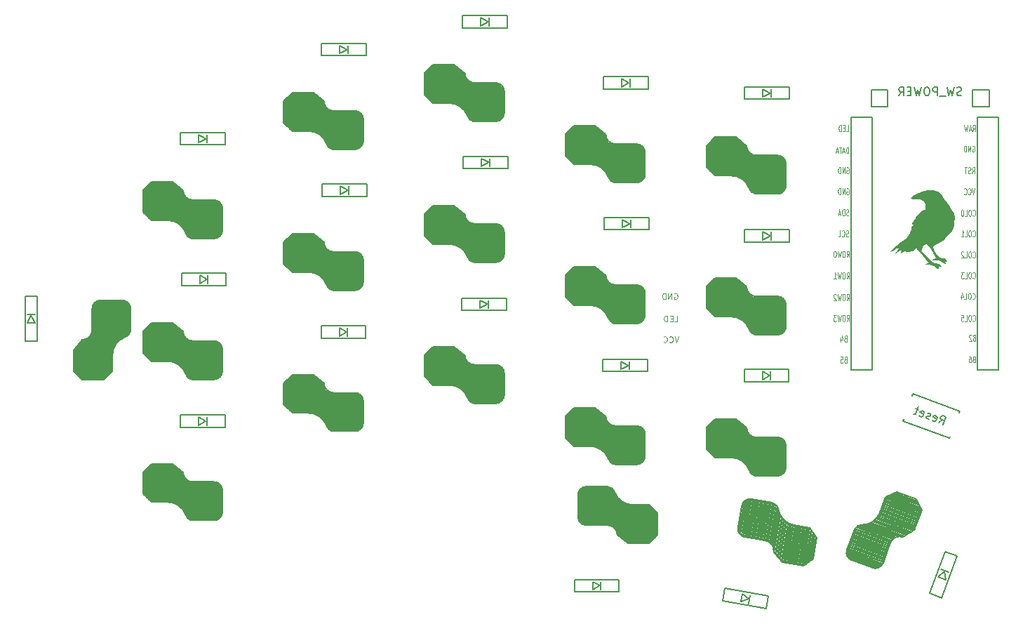
<source format=gbr>
G04 #@! TF.GenerationSoftware,KiCad,Pcbnew,8.0.2-1*
G04 #@! TF.CreationDate,2024-07-27T23:17:35+01:00*
G04 #@! TF.ProjectId,pcb__raven-split-38key__choc-hotswap-n!n,7063625f-5f72-4617-9665-6e2d73706c69,0.1*
G04 #@! TF.SameCoordinates,Original*
G04 #@! TF.FileFunction,Legend,Bot*
G04 #@! TF.FilePolarity,Positive*
%FSLAX46Y46*%
G04 Gerber Fmt 4.6, Leading zero omitted, Abs format (unit mm)*
G04 Created by KiCad (PCBNEW 8.0.2-1) date 2024-07-27 23:17:35*
%MOMM*%
%LPD*%
G01*
G04 APERTURE LIST*
%ADD10C,0.125000*%
%ADD11C,0.150000*%
%ADD12C,0.000000*%
G04 APERTURE END LIST*
D10*
X123004033Y-86883033D02*
X122770700Y-87583033D01*
X122770700Y-87583033D02*
X122537366Y-86883033D01*
X121904033Y-87516366D02*
X121937366Y-87549700D01*
X121937366Y-87549700D02*
X122037366Y-87583033D01*
X122037366Y-87583033D02*
X122104033Y-87583033D01*
X122104033Y-87583033D02*
X122204033Y-87549700D01*
X122204033Y-87549700D02*
X122270700Y-87483033D01*
X122270700Y-87483033D02*
X122304033Y-87416366D01*
X122304033Y-87416366D02*
X122337366Y-87283033D01*
X122337366Y-87283033D02*
X122337366Y-87183033D01*
X122337366Y-87183033D02*
X122304033Y-87049700D01*
X122304033Y-87049700D02*
X122270700Y-86983033D01*
X122270700Y-86983033D02*
X122204033Y-86916366D01*
X122204033Y-86916366D02*
X122104033Y-86883033D01*
X122104033Y-86883033D02*
X122037366Y-86883033D01*
X122037366Y-86883033D02*
X121937366Y-86916366D01*
X121937366Y-86916366D02*
X121904033Y-86949700D01*
X121204033Y-87516366D02*
X121237366Y-87549700D01*
X121237366Y-87549700D02*
X121337366Y-87583033D01*
X121337366Y-87583033D02*
X121404033Y-87583033D01*
X121404033Y-87583033D02*
X121504033Y-87549700D01*
X121504033Y-87549700D02*
X121570700Y-87483033D01*
X121570700Y-87483033D02*
X121604033Y-87416366D01*
X121604033Y-87416366D02*
X121637366Y-87283033D01*
X121637366Y-87283033D02*
X121637366Y-87183033D01*
X121637366Y-87183033D02*
X121604033Y-87049700D01*
X121604033Y-87049700D02*
X121570700Y-86983033D01*
X121570700Y-86983033D02*
X121504033Y-86916366D01*
X121504033Y-86916366D02*
X121404033Y-86883033D01*
X121404033Y-86883033D02*
X121337366Y-86883033D01*
X121337366Y-86883033D02*
X121237366Y-86916366D01*
X121237366Y-86916366D02*
X121204033Y-86949700D01*
X122504033Y-81716366D02*
X122570700Y-81683033D01*
X122570700Y-81683033D02*
X122670700Y-81683033D01*
X122670700Y-81683033D02*
X122770700Y-81716366D01*
X122770700Y-81716366D02*
X122837367Y-81783033D01*
X122837367Y-81783033D02*
X122870700Y-81849700D01*
X122870700Y-81849700D02*
X122904033Y-81983033D01*
X122904033Y-81983033D02*
X122904033Y-82083033D01*
X122904033Y-82083033D02*
X122870700Y-82216366D01*
X122870700Y-82216366D02*
X122837367Y-82283033D01*
X122837367Y-82283033D02*
X122770700Y-82349700D01*
X122770700Y-82349700D02*
X122670700Y-82383033D01*
X122670700Y-82383033D02*
X122604033Y-82383033D01*
X122604033Y-82383033D02*
X122504033Y-82349700D01*
X122504033Y-82349700D02*
X122470700Y-82316366D01*
X122470700Y-82316366D02*
X122470700Y-82083033D01*
X122470700Y-82083033D02*
X122604033Y-82083033D01*
X122170700Y-82383033D02*
X122170700Y-81683033D01*
X122170700Y-81683033D02*
X121770700Y-82383033D01*
X121770700Y-82383033D02*
X121770700Y-81683033D01*
X121437367Y-82383033D02*
X121437367Y-81683033D01*
X121437367Y-81683033D02*
X121270700Y-81683033D01*
X121270700Y-81683033D02*
X121170700Y-81716366D01*
X121170700Y-81716366D02*
X121104034Y-81783033D01*
X121104034Y-81783033D02*
X121070700Y-81849700D01*
X121070700Y-81849700D02*
X121037367Y-81983033D01*
X121037367Y-81983033D02*
X121037367Y-82083033D01*
X121037367Y-82083033D02*
X121070700Y-82216366D01*
X121070700Y-82216366D02*
X121104034Y-82283033D01*
X121104034Y-82283033D02*
X121170700Y-82349700D01*
X121170700Y-82349700D02*
X121270700Y-82383033D01*
X121270700Y-82383033D02*
X121437367Y-82383033D01*
X122520700Y-85083033D02*
X122854033Y-85083033D01*
X122854033Y-85083033D02*
X122854033Y-84383033D01*
X122287366Y-84716366D02*
X122054033Y-84716366D01*
X121954033Y-85083033D02*
X122287366Y-85083033D01*
X122287366Y-85083033D02*
X122287366Y-84383033D01*
X122287366Y-84383033D02*
X121954033Y-84383033D01*
X121654033Y-85083033D02*
X121654033Y-84383033D01*
X121654033Y-84383033D02*
X121487366Y-84383033D01*
X121487366Y-84383033D02*
X121387366Y-84416366D01*
X121387366Y-84416366D02*
X121320700Y-84483033D01*
X121320700Y-84483033D02*
X121287366Y-84549700D01*
X121287366Y-84549700D02*
X121254033Y-84683033D01*
X121254033Y-84683033D02*
X121254033Y-84783033D01*
X121254033Y-84783033D02*
X121287366Y-84916366D01*
X121287366Y-84916366D02*
X121320700Y-84983033D01*
X121320700Y-84983033D02*
X121387366Y-85049700D01*
X121387366Y-85049700D02*
X121487366Y-85083033D01*
X121487366Y-85083033D02*
X121654033Y-85083033D01*
X158518319Y-77309735D02*
X158542128Y-77345450D01*
X158542128Y-77345450D02*
X158613557Y-77381164D01*
X158613557Y-77381164D02*
X158661176Y-77381164D01*
X158661176Y-77381164D02*
X158732604Y-77345450D01*
X158732604Y-77345450D02*
X158780223Y-77274021D01*
X158780223Y-77274021D02*
X158804033Y-77202592D01*
X158804033Y-77202592D02*
X158827842Y-77059735D01*
X158827842Y-77059735D02*
X158827842Y-76952592D01*
X158827842Y-76952592D02*
X158804033Y-76809735D01*
X158804033Y-76809735D02*
X158780223Y-76738307D01*
X158780223Y-76738307D02*
X158732604Y-76666878D01*
X158732604Y-76666878D02*
X158661176Y-76631164D01*
X158661176Y-76631164D02*
X158613557Y-76631164D01*
X158613557Y-76631164D02*
X158542128Y-76666878D01*
X158542128Y-76666878D02*
X158518319Y-76702592D01*
X158208795Y-76631164D02*
X158113557Y-76631164D01*
X158113557Y-76631164D02*
X158065938Y-76666878D01*
X158065938Y-76666878D02*
X158018319Y-76738307D01*
X158018319Y-76738307D02*
X157994509Y-76881164D01*
X157994509Y-76881164D02*
X157994509Y-77131164D01*
X157994509Y-77131164D02*
X158018319Y-77274021D01*
X158018319Y-77274021D02*
X158065938Y-77345450D01*
X158065938Y-77345450D02*
X158113557Y-77381164D01*
X158113557Y-77381164D02*
X158208795Y-77381164D01*
X158208795Y-77381164D02*
X158256414Y-77345450D01*
X158256414Y-77345450D02*
X158304033Y-77274021D01*
X158304033Y-77274021D02*
X158327842Y-77131164D01*
X158327842Y-77131164D02*
X158327842Y-76881164D01*
X158327842Y-76881164D02*
X158304033Y-76738307D01*
X158304033Y-76738307D02*
X158256414Y-76666878D01*
X158256414Y-76666878D02*
X158208795Y-76631164D01*
X157542128Y-77381164D02*
X157780223Y-77381164D01*
X157780223Y-77381164D02*
X157780223Y-76631164D01*
X157399270Y-76702592D02*
X157375461Y-76666878D01*
X157375461Y-76666878D02*
X157327842Y-76631164D01*
X157327842Y-76631164D02*
X157208794Y-76631164D01*
X157208794Y-76631164D02*
X157161175Y-76666878D01*
X157161175Y-76666878D02*
X157137366Y-76702592D01*
X157137366Y-76702592D02*
X157113556Y-76774021D01*
X157113556Y-76774021D02*
X157113556Y-76845450D01*
X157113556Y-76845450D02*
X157137366Y-76952592D01*
X157137366Y-76952592D02*
X157423080Y-77381164D01*
X157423080Y-77381164D02*
X157113556Y-77381164D01*
X158479152Y-63898878D02*
X158526771Y-63863164D01*
X158526771Y-63863164D02*
X158598200Y-63863164D01*
X158598200Y-63863164D02*
X158669628Y-63898878D01*
X158669628Y-63898878D02*
X158717247Y-63970307D01*
X158717247Y-63970307D02*
X158741057Y-64041735D01*
X158741057Y-64041735D02*
X158764866Y-64184592D01*
X158764866Y-64184592D02*
X158764866Y-64291735D01*
X158764866Y-64291735D02*
X158741057Y-64434592D01*
X158741057Y-64434592D02*
X158717247Y-64506021D01*
X158717247Y-64506021D02*
X158669628Y-64577450D01*
X158669628Y-64577450D02*
X158598200Y-64613164D01*
X158598200Y-64613164D02*
X158550581Y-64613164D01*
X158550581Y-64613164D02*
X158479152Y-64577450D01*
X158479152Y-64577450D02*
X158455343Y-64541735D01*
X158455343Y-64541735D02*
X158455343Y-64291735D01*
X158455343Y-64291735D02*
X158550581Y-64291735D01*
X158241057Y-64613164D02*
X158241057Y-63863164D01*
X158241057Y-63863164D02*
X157955343Y-64613164D01*
X157955343Y-64613164D02*
X157955343Y-63863164D01*
X157717247Y-64613164D02*
X157717247Y-63863164D01*
X157717247Y-63863164D02*
X157598199Y-63863164D01*
X157598199Y-63863164D02*
X157526771Y-63898878D01*
X157526771Y-63898878D02*
X157479152Y-63970307D01*
X157479152Y-63970307D02*
X157455342Y-64041735D01*
X157455342Y-64041735D02*
X157431533Y-64184592D01*
X157431533Y-64184592D02*
X157431533Y-64291735D01*
X157431533Y-64291735D02*
X157455342Y-64434592D01*
X157455342Y-64434592D02*
X157479152Y-64506021D01*
X157479152Y-64506021D02*
X157526771Y-64577450D01*
X157526771Y-64577450D02*
X157598199Y-64613164D01*
X157598199Y-64613164D02*
X157717247Y-64613164D01*
X143124080Y-89683807D02*
X143052652Y-89719521D01*
X143052652Y-89719521D02*
X143028842Y-89755235D01*
X143028842Y-89755235D02*
X143005033Y-89826664D01*
X143005033Y-89826664D02*
X143005033Y-89933807D01*
X143005033Y-89933807D02*
X143028842Y-90005235D01*
X143028842Y-90005235D02*
X143052652Y-90040950D01*
X143052652Y-90040950D02*
X143100271Y-90076664D01*
X143100271Y-90076664D02*
X143290747Y-90076664D01*
X143290747Y-90076664D02*
X143290747Y-89326664D01*
X143290747Y-89326664D02*
X143124080Y-89326664D01*
X143124080Y-89326664D02*
X143076461Y-89362378D01*
X143076461Y-89362378D02*
X143052652Y-89398092D01*
X143052652Y-89398092D02*
X143028842Y-89469521D01*
X143028842Y-89469521D02*
X143028842Y-89540950D01*
X143028842Y-89540950D02*
X143052652Y-89612378D01*
X143052652Y-89612378D02*
X143076461Y-89648092D01*
X143076461Y-89648092D02*
X143124080Y-89683807D01*
X143124080Y-89683807D02*
X143290747Y-89683807D01*
X142552652Y-89326664D02*
X142790747Y-89326664D01*
X142790747Y-89326664D02*
X142814556Y-89683807D01*
X142814556Y-89683807D02*
X142790747Y-89648092D01*
X142790747Y-89648092D02*
X142743128Y-89612378D01*
X142743128Y-89612378D02*
X142624080Y-89612378D01*
X142624080Y-89612378D02*
X142576461Y-89648092D01*
X142576461Y-89648092D02*
X142552652Y-89683807D01*
X142552652Y-89683807D02*
X142528842Y-89755235D01*
X142528842Y-89755235D02*
X142528842Y-89933807D01*
X142528842Y-89933807D02*
X142552652Y-90005235D01*
X142552652Y-90005235D02*
X142576461Y-90040950D01*
X142576461Y-90040950D02*
X142624080Y-90076664D01*
X142624080Y-90076664D02*
X142743128Y-90076664D01*
X142743128Y-90076664D02*
X142790747Y-90040950D01*
X142790747Y-90040950D02*
X142814556Y-90005235D01*
X158518319Y-72259735D02*
X158542128Y-72295450D01*
X158542128Y-72295450D02*
X158613557Y-72331164D01*
X158613557Y-72331164D02*
X158661176Y-72331164D01*
X158661176Y-72331164D02*
X158732604Y-72295450D01*
X158732604Y-72295450D02*
X158780223Y-72224021D01*
X158780223Y-72224021D02*
X158804033Y-72152592D01*
X158804033Y-72152592D02*
X158827842Y-72009735D01*
X158827842Y-72009735D02*
X158827842Y-71902592D01*
X158827842Y-71902592D02*
X158804033Y-71759735D01*
X158804033Y-71759735D02*
X158780223Y-71688307D01*
X158780223Y-71688307D02*
X158732604Y-71616878D01*
X158732604Y-71616878D02*
X158661176Y-71581164D01*
X158661176Y-71581164D02*
X158613557Y-71581164D01*
X158613557Y-71581164D02*
X158542128Y-71616878D01*
X158542128Y-71616878D02*
X158518319Y-71652592D01*
X158208795Y-71581164D02*
X158113557Y-71581164D01*
X158113557Y-71581164D02*
X158065938Y-71616878D01*
X158065938Y-71616878D02*
X158018319Y-71688307D01*
X158018319Y-71688307D02*
X157994509Y-71831164D01*
X157994509Y-71831164D02*
X157994509Y-72081164D01*
X157994509Y-72081164D02*
X158018319Y-72224021D01*
X158018319Y-72224021D02*
X158065938Y-72295450D01*
X158065938Y-72295450D02*
X158113557Y-72331164D01*
X158113557Y-72331164D02*
X158208795Y-72331164D01*
X158208795Y-72331164D02*
X158256414Y-72295450D01*
X158256414Y-72295450D02*
X158304033Y-72224021D01*
X158304033Y-72224021D02*
X158327842Y-72081164D01*
X158327842Y-72081164D02*
X158327842Y-71831164D01*
X158327842Y-71831164D02*
X158304033Y-71688307D01*
X158304033Y-71688307D02*
X158256414Y-71616878D01*
X158256414Y-71616878D02*
X158208795Y-71581164D01*
X157542128Y-72331164D02*
X157780223Y-72331164D01*
X157780223Y-72331164D02*
X157780223Y-71581164D01*
X157280223Y-71581164D02*
X157232604Y-71581164D01*
X157232604Y-71581164D02*
X157184985Y-71616878D01*
X157184985Y-71616878D02*
X157161175Y-71652592D01*
X157161175Y-71652592D02*
X157137366Y-71724021D01*
X157137366Y-71724021D02*
X157113556Y-71866878D01*
X157113556Y-71866878D02*
X157113556Y-72045450D01*
X157113556Y-72045450D02*
X157137366Y-72188307D01*
X157137366Y-72188307D02*
X157161175Y-72259735D01*
X157161175Y-72259735D02*
X157184985Y-72295450D01*
X157184985Y-72295450D02*
X157232604Y-72331164D01*
X157232604Y-72331164D02*
X157280223Y-72331164D01*
X157280223Y-72331164D02*
X157327842Y-72295450D01*
X157327842Y-72295450D02*
X157351651Y-72259735D01*
X157351651Y-72259735D02*
X157375461Y-72188307D01*
X157375461Y-72188307D02*
X157399270Y-72045450D01*
X157399270Y-72045450D02*
X157399270Y-71866878D01*
X157399270Y-71866878D02*
X157375461Y-71724021D01*
X157375461Y-71724021D02*
X157351651Y-71652592D01*
X157351651Y-71652592D02*
X157327842Y-71616878D01*
X157327842Y-71616878D02*
X157280223Y-71581164D01*
X158681580Y-87016807D02*
X158610152Y-87052521D01*
X158610152Y-87052521D02*
X158586342Y-87088235D01*
X158586342Y-87088235D02*
X158562533Y-87159664D01*
X158562533Y-87159664D02*
X158562533Y-87266807D01*
X158562533Y-87266807D02*
X158586342Y-87338235D01*
X158586342Y-87338235D02*
X158610152Y-87373950D01*
X158610152Y-87373950D02*
X158657771Y-87409664D01*
X158657771Y-87409664D02*
X158848247Y-87409664D01*
X158848247Y-87409664D02*
X158848247Y-86659664D01*
X158848247Y-86659664D02*
X158681580Y-86659664D01*
X158681580Y-86659664D02*
X158633961Y-86695378D01*
X158633961Y-86695378D02*
X158610152Y-86731092D01*
X158610152Y-86731092D02*
X158586342Y-86802521D01*
X158586342Y-86802521D02*
X158586342Y-86873950D01*
X158586342Y-86873950D02*
X158610152Y-86945378D01*
X158610152Y-86945378D02*
X158633961Y-86981092D01*
X158633961Y-86981092D02*
X158681580Y-87016807D01*
X158681580Y-87016807D02*
X158848247Y-87016807D01*
X158372056Y-86731092D02*
X158348247Y-86695378D01*
X158348247Y-86695378D02*
X158300628Y-86659664D01*
X158300628Y-86659664D02*
X158181580Y-86659664D01*
X158181580Y-86659664D02*
X158133961Y-86695378D01*
X158133961Y-86695378D02*
X158110152Y-86731092D01*
X158110152Y-86731092D02*
X158086342Y-86802521D01*
X158086342Y-86802521D02*
X158086342Y-86873950D01*
X158086342Y-86873950D02*
X158110152Y-86981092D01*
X158110152Y-86981092D02*
X158395866Y-87409664D01*
X158395866Y-87409664D02*
X158086342Y-87409664D01*
X143301652Y-79916664D02*
X143468318Y-79559521D01*
X143587366Y-79916664D02*
X143587366Y-79166664D01*
X143587366Y-79166664D02*
X143396890Y-79166664D01*
X143396890Y-79166664D02*
X143349271Y-79202378D01*
X143349271Y-79202378D02*
X143325461Y-79238092D01*
X143325461Y-79238092D02*
X143301652Y-79309521D01*
X143301652Y-79309521D02*
X143301652Y-79416664D01*
X143301652Y-79416664D02*
X143325461Y-79488092D01*
X143325461Y-79488092D02*
X143349271Y-79523807D01*
X143349271Y-79523807D02*
X143396890Y-79559521D01*
X143396890Y-79559521D02*
X143587366Y-79559521D01*
X142992128Y-79166664D02*
X142896890Y-79166664D01*
X142896890Y-79166664D02*
X142849271Y-79202378D01*
X142849271Y-79202378D02*
X142801652Y-79273807D01*
X142801652Y-79273807D02*
X142777842Y-79416664D01*
X142777842Y-79416664D02*
X142777842Y-79666664D01*
X142777842Y-79666664D02*
X142801652Y-79809521D01*
X142801652Y-79809521D02*
X142849271Y-79880950D01*
X142849271Y-79880950D02*
X142896890Y-79916664D01*
X142896890Y-79916664D02*
X142992128Y-79916664D01*
X142992128Y-79916664D02*
X143039747Y-79880950D01*
X143039747Y-79880950D02*
X143087366Y-79809521D01*
X143087366Y-79809521D02*
X143111175Y-79666664D01*
X143111175Y-79666664D02*
X143111175Y-79416664D01*
X143111175Y-79416664D02*
X143087366Y-79273807D01*
X143087366Y-79273807D02*
X143039747Y-79202378D01*
X143039747Y-79202378D02*
X142992128Y-79166664D01*
X142611175Y-79166664D02*
X142492127Y-79916664D01*
X142492127Y-79916664D02*
X142396889Y-79380950D01*
X142396889Y-79380950D02*
X142301651Y-79916664D01*
X142301651Y-79916664D02*
X142182604Y-79166664D01*
X141730222Y-79916664D02*
X142015936Y-79916664D01*
X141873079Y-79916664D02*
X141873079Y-79166664D01*
X141873079Y-79166664D02*
X141920698Y-79273807D01*
X141920698Y-79273807D02*
X141968317Y-79345235D01*
X141968317Y-79345235D02*
X142015936Y-79380950D01*
X143301652Y-85031164D02*
X143468318Y-84674021D01*
X143587366Y-85031164D02*
X143587366Y-84281164D01*
X143587366Y-84281164D02*
X143396890Y-84281164D01*
X143396890Y-84281164D02*
X143349271Y-84316878D01*
X143349271Y-84316878D02*
X143325461Y-84352592D01*
X143325461Y-84352592D02*
X143301652Y-84424021D01*
X143301652Y-84424021D02*
X143301652Y-84531164D01*
X143301652Y-84531164D02*
X143325461Y-84602592D01*
X143325461Y-84602592D02*
X143349271Y-84638307D01*
X143349271Y-84638307D02*
X143396890Y-84674021D01*
X143396890Y-84674021D02*
X143587366Y-84674021D01*
X142992128Y-84281164D02*
X142896890Y-84281164D01*
X142896890Y-84281164D02*
X142849271Y-84316878D01*
X142849271Y-84316878D02*
X142801652Y-84388307D01*
X142801652Y-84388307D02*
X142777842Y-84531164D01*
X142777842Y-84531164D02*
X142777842Y-84781164D01*
X142777842Y-84781164D02*
X142801652Y-84924021D01*
X142801652Y-84924021D02*
X142849271Y-84995450D01*
X142849271Y-84995450D02*
X142896890Y-85031164D01*
X142896890Y-85031164D02*
X142992128Y-85031164D01*
X142992128Y-85031164D02*
X143039747Y-84995450D01*
X143039747Y-84995450D02*
X143087366Y-84924021D01*
X143087366Y-84924021D02*
X143111175Y-84781164D01*
X143111175Y-84781164D02*
X143111175Y-84531164D01*
X143111175Y-84531164D02*
X143087366Y-84388307D01*
X143087366Y-84388307D02*
X143039747Y-84316878D01*
X143039747Y-84316878D02*
X142992128Y-84281164D01*
X142611175Y-84281164D02*
X142492127Y-85031164D01*
X142492127Y-85031164D02*
X142396889Y-84495450D01*
X142396889Y-84495450D02*
X142301651Y-85031164D01*
X142301651Y-85031164D02*
X142182604Y-84281164D01*
X142039746Y-84281164D02*
X141730222Y-84281164D01*
X141730222Y-84281164D02*
X141896889Y-84566878D01*
X141896889Y-84566878D02*
X141825460Y-84566878D01*
X141825460Y-84566878D02*
X141777841Y-84602592D01*
X141777841Y-84602592D02*
X141754032Y-84638307D01*
X141754032Y-84638307D02*
X141730222Y-84709735D01*
X141730222Y-84709735D02*
X141730222Y-84888307D01*
X141730222Y-84888307D02*
X141754032Y-84959735D01*
X141754032Y-84959735D02*
X141777841Y-84995450D01*
X141777841Y-84995450D02*
X141825460Y-85031164D01*
X141825460Y-85031164D02*
X141968317Y-85031164D01*
X141968317Y-85031164D02*
X142015936Y-84995450D01*
X142015936Y-84995450D02*
X142039746Y-84959735D01*
X158468319Y-82321735D02*
X158492128Y-82357450D01*
X158492128Y-82357450D02*
X158563557Y-82393164D01*
X158563557Y-82393164D02*
X158611176Y-82393164D01*
X158611176Y-82393164D02*
X158682604Y-82357450D01*
X158682604Y-82357450D02*
X158730223Y-82286021D01*
X158730223Y-82286021D02*
X158754033Y-82214592D01*
X158754033Y-82214592D02*
X158777842Y-82071735D01*
X158777842Y-82071735D02*
X158777842Y-81964592D01*
X158777842Y-81964592D02*
X158754033Y-81821735D01*
X158754033Y-81821735D02*
X158730223Y-81750307D01*
X158730223Y-81750307D02*
X158682604Y-81678878D01*
X158682604Y-81678878D02*
X158611176Y-81643164D01*
X158611176Y-81643164D02*
X158563557Y-81643164D01*
X158563557Y-81643164D02*
X158492128Y-81678878D01*
X158492128Y-81678878D02*
X158468319Y-81714592D01*
X158158795Y-81643164D02*
X158063557Y-81643164D01*
X158063557Y-81643164D02*
X158015938Y-81678878D01*
X158015938Y-81678878D02*
X157968319Y-81750307D01*
X157968319Y-81750307D02*
X157944509Y-81893164D01*
X157944509Y-81893164D02*
X157944509Y-82143164D01*
X157944509Y-82143164D02*
X157968319Y-82286021D01*
X157968319Y-82286021D02*
X158015938Y-82357450D01*
X158015938Y-82357450D02*
X158063557Y-82393164D01*
X158063557Y-82393164D02*
X158158795Y-82393164D01*
X158158795Y-82393164D02*
X158206414Y-82357450D01*
X158206414Y-82357450D02*
X158254033Y-82286021D01*
X158254033Y-82286021D02*
X158277842Y-82143164D01*
X158277842Y-82143164D02*
X158277842Y-81893164D01*
X158277842Y-81893164D02*
X158254033Y-81750307D01*
X158254033Y-81750307D02*
X158206414Y-81678878D01*
X158206414Y-81678878D02*
X158158795Y-81643164D01*
X157492128Y-82393164D02*
X157730223Y-82393164D01*
X157730223Y-82393164D02*
X157730223Y-81643164D01*
X157111175Y-81893164D02*
X157111175Y-82393164D01*
X157230223Y-81607450D02*
X157349270Y-82143164D01*
X157349270Y-82143164D02*
X157039747Y-82143164D01*
X143243128Y-62136664D02*
X143481223Y-62136664D01*
X143481223Y-62136664D02*
X143481223Y-61386664D01*
X143076461Y-61743807D02*
X142909794Y-61743807D01*
X142838366Y-62136664D02*
X143076461Y-62136664D01*
X143076461Y-62136664D02*
X143076461Y-61386664D01*
X143076461Y-61386664D02*
X142838366Y-61386664D01*
X142624080Y-62136664D02*
X142624080Y-61386664D01*
X142624080Y-61386664D02*
X142505032Y-61386664D01*
X142505032Y-61386664D02*
X142433604Y-61422378D01*
X142433604Y-61422378D02*
X142385985Y-61493807D01*
X142385985Y-61493807D02*
X142362175Y-61565235D01*
X142362175Y-61565235D02*
X142338366Y-61708092D01*
X142338366Y-61708092D02*
X142338366Y-61815235D01*
X142338366Y-61815235D02*
X142362175Y-61958092D01*
X142362175Y-61958092D02*
X142385985Y-62029521D01*
X142385985Y-62029521D02*
X142433604Y-62100950D01*
X142433604Y-62100950D02*
X142505032Y-62136664D01*
X142505032Y-62136664D02*
X142624080Y-62136664D01*
X158506938Y-62136664D02*
X158673604Y-61779521D01*
X158792652Y-62136664D02*
X158792652Y-61386664D01*
X158792652Y-61386664D02*
X158602176Y-61386664D01*
X158602176Y-61386664D02*
X158554557Y-61422378D01*
X158554557Y-61422378D02*
X158530747Y-61458092D01*
X158530747Y-61458092D02*
X158506938Y-61529521D01*
X158506938Y-61529521D02*
X158506938Y-61636664D01*
X158506938Y-61636664D02*
X158530747Y-61708092D01*
X158530747Y-61708092D02*
X158554557Y-61743807D01*
X158554557Y-61743807D02*
X158602176Y-61779521D01*
X158602176Y-61779521D02*
X158792652Y-61779521D01*
X158316461Y-61922378D02*
X158078366Y-61922378D01*
X158364080Y-62136664D02*
X158197414Y-61386664D01*
X158197414Y-61386664D02*
X158030747Y-62136664D01*
X157911700Y-61386664D02*
X157792652Y-62136664D01*
X157792652Y-62136664D02*
X157697414Y-61600950D01*
X157697414Y-61600950D02*
X157602176Y-62136664D01*
X157602176Y-62136664D02*
X157483129Y-61386664D01*
X158518319Y-84959735D02*
X158542128Y-84995450D01*
X158542128Y-84995450D02*
X158613557Y-85031164D01*
X158613557Y-85031164D02*
X158661176Y-85031164D01*
X158661176Y-85031164D02*
X158732604Y-84995450D01*
X158732604Y-84995450D02*
X158780223Y-84924021D01*
X158780223Y-84924021D02*
X158804033Y-84852592D01*
X158804033Y-84852592D02*
X158827842Y-84709735D01*
X158827842Y-84709735D02*
X158827842Y-84602592D01*
X158827842Y-84602592D02*
X158804033Y-84459735D01*
X158804033Y-84459735D02*
X158780223Y-84388307D01*
X158780223Y-84388307D02*
X158732604Y-84316878D01*
X158732604Y-84316878D02*
X158661176Y-84281164D01*
X158661176Y-84281164D02*
X158613557Y-84281164D01*
X158613557Y-84281164D02*
X158542128Y-84316878D01*
X158542128Y-84316878D02*
X158518319Y-84352592D01*
X158208795Y-84281164D02*
X158113557Y-84281164D01*
X158113557Y-84281164D02*
X158065938Y-84316878D01*
X158065938Y-84316878D02*
X158018319Y-84388307D01*
X158018319Y-84388307D02*
X157994509Y-84531164D01*
X157994509Y-84531164D02*
X157994509Y-84781164D01*
X157994509Y-84781164D02*
X158018319Y-84924021D01*
X158018319Y-84924021D02*
X158065938Y-84995450D01*
X158065938Y-84995450D02*
X158113557Y-85031164D01*
X158113557Y-85031164D02*
X158208795Y-85031164D01*
X158208795Y-85031164D02*
X158256414Y-84995450D01*
X158256414Y-84995450D02*
X158304033Y-84924021D01*
X158304033Y-84924021D02*
X158327842Y-84781164D01*
X158327842Y-84781164D02*
X158327842Y-84531164D01*
X158327842Y-84531164D02*
X158304033Y-84388307D01*
X158304033Y-84388307D02*
X158256414Y-84316878D01*
X158256414Y-84316878D02*
X158208795Y-84281164D01*
X157542128Y-85031164D02*
X157780223Y-85031164D01*
X157780223Y-85031164D02*
X157780223Y-84281164D01*
X157137366Y-84281164D02*
X157375461Y-84281164D01*
X157375461Y-84281164D02*
X157399270Y-84638307D01*
X157399270Y-84638307D02*
X157375461Y-84602592D01*
X157375461Y-84602592D02*
X157327842Y-84566878D01*
X157327842Y-84566878D02*
X157208794Y-84566878D01*
X157208794Y-84566878D02*
X157161175Y-84602592D01*
X157161175Y-84602592D02*
X157137366Y-84638307D01*
X157137366Y-84638307D02*
X157113556Y-84709735D01*
X157113556Y-84709735D02*
X157113556Y-84888307D01*
X157113556Y-84888307D02*
X157137366Y-84959735D01*
X157137366Y-84959735D02*
X157161175Y-84995450D01*
X157161175Y-84995450D02*
X157208794Y-85031164D01*
X157208794Y-85031164D02*
X157327842Y-85031164D01*
X157327842Y-85031164D02*
X157375461Y-84995450D01*
X157375461Y-84995450D02*
X157399270Y-84959735D01*
X158764865Y-69006664D02*
X158598199Y-69756664D01*
X158598199Y-69756664D02*
X158431532Y-69006664D01*
X157979152Y-69685235D02*
X158002961Y-69720950D01*
X158002961Y-69720950D02*
X158074390Y-69756664D01*
X158074390Y-69756664D02*
X158122009Y-69756664D01*
X158122009Y-69756664D02*
X158193437Y-69720950D01*
X158193437Y-69720950D02*
X158241056Y-69649521D01*
X158241056Y-69649521D02*
X158264866Y-69578092D01*
X158264866Y-69578092D02*
X158288675Y-69435235D01*
X158288675Y-69435235D02*
X158288675Y-69328092D01*
X158288675Y-69328092D02*
X158264866Y-69185235D01*
X158264866Y-69185235D02*
X158241056Y-69113807D01*
X158241056Y-69113807D02*
X158193437Y-69042378D01*
X158193437Y-69042378D02*
X158122009Y-69006664D01*
X158122009Y-69006664D02*
X158074390Y-69006664D01*
X158074390Y-69006664D02*
X158002961Y-69042378D01*
X158002961Y-69042378D02*
X157979152Y-69078092D01*
X157479152Y-69685235D02*
X157502961Y-69720950D01*
X157502961Y-69720950D02*
X157574390Y-69756664D01*
X157574390Y-69756664D02*
X157622009Y-69756664D01*
X157622009Y-69756664D02*
X157693437Y-69720950D01*
X157693437Y-69720950D02*
X157741056Y-69649521D01*
X157741056Y-69649521D02*
X157764866Y-69578092D01*
X157764866Y-69578092D02*
X157788675Y-69435235D01*
X157788675Y-69435235D02*
X157788675Y-69328092D01*
X157788675Y-69328092D02*
X157764866Y-69185235D01*
X157764866Y-69185235D02*
X157741056Y-69113807D01*
X157741056Y-69113807D02*
X157693437Y-69042378D01*
X157693437Y-69042378D02*
X157622009Y-69006664D01*
X157622009Y-69006664D02*
X157574390Y-69006664D01*
X157574390Y-69006664D02*
X157502961Y-69042378D01*
X157502961Y-69042378D02*
X157479152Y-69078092D01*
X158435509Y-67216664D02*
X158602175Y-66859521D01*
X158721223Y-67216664D02*
X158721223Y-66466664D01*
X158721223Y-66466664D02*
X158530747Y-66466664D01*
X158530747Y-66466664D02*
X158483128Y-66502378D01*
X158483128Y-66502378D02*
X158459318Y-66538092D01*
X158459318Y-66538092D02*
X158435509Y-66609521D01*
X158435509Y-66609521D02*
X158435509Y-66716664D01*
X158435509Y-66716664D02*
X158459318Y-66788092D01*
X158459318Y-66788092D02*
X158483128Y-66823807D01*
X158483128Y-66823807D02*
X158530747Y-66859521D01*
X158530747Y-66859521D02*
X158721223Y-66859521D01*
X158245032Y-67180950D02*
X158173604Y-67216664D01*
X158173604Y-67216664D02*
X158054556Y-67216664D01*
X158054556Y-67216664D02*
X158006937Y-67180950D01*
X158006937Y-67180950D02*
X157983128Y-67145235D01*
X157983128Y-67145235D02*
X157959318Y-67073807D01*
X157959318Y-67073807D02*
X157959318Y-67002378D01*
X157959318Y-67002378D02*
X157983128Y-66930950D01*
X157983128Y-66930950D02*
X158006937Y-66895235D01*
X158006937Y-66895235D02*
X158054556Y-66859521D01*
X158054556Y-66859521D02*
X158149794Y-66823807D01*
X158149794Y-66823807D02*
X158197413Y-66788092D01*
X158197413Y-66788092D02*
X158221223Y-66752378D01*
X158221223Y-66752378D02*
X158245032Y-66680950D01*
X158245032Y-66680950D02*
X158245032Y-66609521D01*
X158245032Y-66609521D02*
X158221223Y-66538092D01*
X158221223Y-66538092D02*
X158197413Y-66502378D01*
X158197413Y-66502378D02*
X158149794Y-66466664D01*
X158149794Y-66466664D02*
X158030747Y-66466664D01*
X158030747Y-66466664D02*
X157959318Y-66502378D01*
X157816461Y-66466664D02*
X157530747Y-66466664D01*
X157673604Y-67216664D02*
X157673604Y-66466664D01*
X143301652Y-82520164D02*
X143468318Y-82163021D01*
X143587366Y-82520164D02*
X143587366Y-81770164D01*
X143587366Y-81770164D02*
X143396890Y-81770164D01*
X143396890Y-81770164D02*
X143349271Y-81805878D01*
X143349271Y-81805878D02*
X143325461Y-81841592D01*
X143325461Y-81841592D02*
X143301652Y-81913021D01*
X143301652Y-81913021D02*
X143301652Y-82020164D01*
X143301652Y-82020164D02*
X143325461Y-82091592D01*
X143325461Y-82091592D02*
X143349271Y-82127307D01*
X143349271Y-82127307D02*
X143396890Y-82163021D01*
X143396890Y-82163021D02*
X143587366Y-82163021D01*
X142992128Y-81770164D02*
X142896890Y-81770164D01*
X142896890Y-81770164D02*
X142849271Y-81805878D01*
X142849271Y-81805878D02*
X142801652Y-81877307D01*
X142801652Y-81877307D02*
X142777842Y-82020164D01*
X142777842Y-82020164D02*
X142777842Y-82270164D01*
X142777842Y-82270164D02*
X142801652Y-82413021D01*
X142801652Y-82413021D02*
X142849271Y-82484450D01*
X142849271Y-82484450D02*
X142896890Y-82520164D01*
X142896890Y-82520164D02*
X142992128Y-82520164D01*
X142992128Y-82520164D02*
X143039747Y-82484450D01*
X143039747Y-82484450D02*
X143087366Y-82413021D01*
X143087366Y-82413021D02*
X143111175Y-82270164D01*
X143111175Y-82270164D02*
X143111175Y-82020164D01*
X143111175Y-82020164D02*
X143087366Y-81877307D01*
X143087366Y-81877307D02*
X143039747Y-81805878D01*
X143039747Y-81805878D02*
X142992128Y-81770164D01*
X142611175Y-81770164D02*
X142492127Y-82520164D01*
X142492127Y-82520164D02*
X142396889Y-81984450D01*
X142396889Y-81984450D02*
X142301651Y-82520164D01*
X142301651Y-82520164D02*
X142182604Y-81770164D01*
X142015936Y-81841592D02*
X141992127Y-81805878D01*
X141992127Y-81805878D02*
X141944508Y-81770164D01*
X141944508Y-81770164D02*
X141825460Y-81770164D01*
X141825460Y-81770164D02*
X141777841Y-81805878D01*
X141777841Y-81805878D02*
X141754032Y-81841592D01*
X141754032Y-81841592D02*
X141730222Y-81913021D01*
X141730222Y-81913021D02*
X141730222Y-81984450D01*
X141730222Y-81984450D02*
X141754032Y-82091592D01*
X141754032Y-82091592D02*
X142039746Y-82520164D01*
X142039746Y-82520164D02*
X141730222Y-82520164D01*
X158518319Y-79809735D02*
X158542128Y-79845450D01*
X158542128Y-79845450D02*
X158613557Y-79881164D01*
X158613557Y-79881164D02*
X158661176Y-79881164D01*
X158661176Y-79881164D02*
X158732604Y-79845450D01*
X158732604Y-79845450D02*
X158780223Y-79774021D01*
X158780223Y-79774021D02*
X158804033Y-79702592D01*
X158804033Y-79702592D02*
X158827842Y-79559735D01*
X158827842Y-79559735D02*
X158827842Y-79452592D01*
X158827842Y-79452592D02*
X158804033Y-79309735D01*
X158804033Y-79309735D02*
X158780223Y-79238307D01*
X158780223Y-79238307D02*
X158732604Y-79166878D01*
X158732604Y-79166878D02*
X158661176Y-79131164D01*
X158661176Y-79131164D02*
X158613557Y-79131164D01*
X158613557Y-79131164D02*
X158542128Y-79166878D01*
X158542128Y-79166878D02*
X158518319Y-79202592D01*
X158208795Y-79131164D02*
X158113557Y-79131164D01*
X158113557Y-79131164D02*
X158065938Y-79166878D01*
X158065938Y-79166878D02*
X158018319Y-79238307D01*
X158018319Y-79238307D02*
X157994509Y-79381164D01*
X157994509Y-79381164D02*
X157994509Y-79631164D01*
X157994509Y-79631164D02*
X158018319Y-79774021D01*
X158018319Y-79774021D02*
X158065938Y-79845450D01*
X158065938Y-79845450D02*
X158113557Y-79881164D01*
X158113557Y-79881164D02*
X158208795Y-79881164D01*
X158208795Y-79881164D02*
X158256414Y-79845450D01*
X158256414Y-79845450D02*
X158304033Y-79774021D01*
X158304033Y-79774021D02*
X158327842Y-79631164D01*
X158327842Y-79631164D02*
X158327842Y-79381164D01*
X158327842Y-79381164D02*
X158304033Y-79238307D01*
X158304033Y-79238307D02*
X158256414Y-79166878D01*
X158256414Y-79166878D02*
X158208795Y-79131164D01*
X157542128Y-79881164D02*
X157780223Y-79881164D01*
X157780223Y-79881164D02*
X157780223Y-79131164D01*
X157423080Y-79131164D02*
X157113556Y-79131164D01*
X157113556Y-79131164D02*
X157280223Y-79416878D01*
X157280223Y-79416878D02*
X157208794Y-79416878D01*
X157208794Y-79416878D02*
X157161175Y-79452592D01*
X157161175Y-79452592D02*
X157137366Y-79488307D01*
X157137366Y-79488307D02*
X157113556Y-79559735D01*
X157113556Y-79559735D02*
X157113556Y-79738307D01*
X157113556Y-79738307D02*
X157137366Y-79809735D01*
X157137366Y-79809735D02*
X157161175Y-79845450D01*
X157161175Y-79845450D02*
X157208794Y-79881164D01*
X157208794Y-79881164D02*
X157351651Y-79881164D01*
X157351651Y-79881164D02*
X157399270Y-79845450D01*
X157399270Y-79845450D02*
X157423080Y-79809735D01*
X158618080Y-89620307D02*
X158546652Y-89656021D01*
X158546652Y-89656021D02*
X158522842Y-89691735D01*
X158522842Y-89691735D02*
X158499033Y-89763164D01*
X158499033Y-89763164D02*
X158499033Y-89870307D01*
X158499033Y-89870307D02*
X158522842Y-89941735D01*
X158522842Y-89941735D02*
X158546652Y-89977450D01*
X158546652Y-89977450D02*
X158594271Y-90013164D01*
X158594271Y-90013164D02*
X158784747Y-90013164D01*
X158784747Y-90013164D02*
X158784747Y-89263164D01*
X158784747Y-89263164D02*
X158618080Y-89263164D01*
X158618080Y-89263164D02*
X158570461Y-89298878D01*
X158570461Y-89298878D02*
X158546652Y-89334592D01*
X158546652Y-89334592D02*
X158522842Y-89406021D01*
X158522842Y-89406021D02*
X158522842Y-89477450D01*
X158522842Y-89477450D02*
X158546652Y-89548878D01*
X158546652Y-89548878D02*
X158570461Y-89584592D01*
X158570461Y-89584592D02*
X158618080Y-89620307D01*
X158618080Y-89620307D02*
X158784747Y-89620307D01*
X158070461Y-89263164D02*
X158165699Y-89263164D01*
X158165699Y-89263164D02*
X158213318Y-89298878D01*
X158213318Y-89298878D02*
X158237128Y-89334592D01*
X158237128Y-89334592D02*
X158284747Y-89441735D01*
X158284747Y-89441735D02*
X158308556Y-89584592D01*
X158308556Y-89584592D02*
X158308556Y-89870307D01*
X158308556Y-89870307D02*
X158284747Y-89941735D01*
X158284747Y-89941735D02*
X158260937Y-89977450D01*
X158260937Y-89977450D02*
X158213318Y-90013164D01*
X158213318Y-90013164D02*
X158118080Y-90013164D01*
X158118080Y-90013164D02*
X158070461Y-89977450D01*
X158070461Y-89977450D02*
X158046652Y-89941735D01*
X158046652Y-89941735D02*
X158022842Y-89870307D01*
X158022842Y-89870307D02*
X158022842Y-89691735D01*
X158022842Y-89691735D02*
X158046652Y-89620307D01*
X158046652Y-89620307D02*
X158070461Y-89584592D01*
X158070461Y-89584592D02*
X158118080Y-89548878D01*
X158118080Y-89548878D02*
X158213318Y-89548878D01*
X158213318Y-89548878D02*
X158260937Y-89584592D01*
X158260937Y-89584592D02*
X158284747Y-89620307D01*
X158284747Y-89620307D02*
X158308556Y-89691735D01*
X143301652Y-77313164D02*
X143468318Y-76956021D01*
X143587366Y-77313164D02*
X143587366Y-76563164D01*
X143587366Y-76563164D02*
X143396890Y-76563164D01*
X143396890Y-76563164D02*
X143349271Y-76598878D01*
X143349271Y-76598878D02*
X143325461Y-76634592D01*
X143325461Y-76634592D02*
X143301652Y-76706021D01*
X143301652Y-76706021D02*
X143301652Y-76813164D01*
X143301652Y-76813164D02*
X143325461Y-76884592D01*
X143325461Y-76884592D02*
X143349271Y-76920307D01*
X143349271Y-76920307D02*
X143396890Y-76956021D01*
X143396890Y-76956021D02*
X143587366Y-76956021D01*
X142992128Y-76563164D02*
X142896890Y-76563164D01*
X142896890Y-76563164D02*
X142849271Y-76598878D01*
X142849271Y-76598878D02*
X142801652Y-76670307D01*
X142801652Y-76670307D02*
X142777842Y-76813164D01*
X142777842Y-76813164D02*
X142777842Y-77063164D01*
X142777842Y-77063164D02*
X142801652Y-77206021D01*
X142801652Y-77206021D02*
X142849271Y-77277450D01*
X142849271Y-77277450D02*
X142896890Y-77313164D01*
X142896890Y-77313164D02*
X142992128Y-77313164D01*
X142992128Y-77313164D02*
X143039747Y-77277450D01*
X143039747Y-77277450D02*
X143087366Y-77206021D01*
X143087366Y-77206021D02*
X143111175Y-77063164D01*
X143111175Y-77063164D02*
X143111175Y-76813164D01*
X143111175Y-76813164D02*
X143087366Y-76670307D01*
X143087366Y-76670307D02*
X143039747Y-76598878D01*
X143039747Y-76598878D02*
X142992128Y-76563164D01*
X142611175Y-76563164D02*
X142492127Y-77313164D01*
X142492127Y-77313164D02*
X142396889Y-76777450D01*
X142396889Y-76777450D02*
X142301651Y-77313164D01*
X142301651Y-77313164D02*
X142182604Y-76563164D01*
X141896889Y-76563164D02*
X141849270Y-76563164D01*
X141849270Y-76563164D02*
X141801651Y-76598878D01*
X141801651Y-76598878D02*
X141777841Y-76634592D01*
X141777841Y-76634592D02*
X141754032Y-76706021D01*
X141754032Y-76706021D02*
X141730222Y-76848878D01*
X141730222Y-76848878D02*
X141730222Y-77027450D01*
X141730222Y-77027450D02*
X141754032Y-77170307D01*
X141754032Y-77170307D02*
X141777841Y-77241735D01*
X141777841Y-77241735D02*
X141801651Y-77277450D01*
X141801651Y-77277450D02*
X141849270Y-77313164D01*
X141849270Y-77313164D02*
X141896889Y-77313164D01*
X141896889Y-77313164D02*
X141944508Y-77277450D01*
X141944508Y-77277450D02*
X141968317Y-77241735D01*
X141968317Y-77241735D02*
X141992127Y-77170307D01*
X141992127Y-77170307D02*
X142015936Y-77027450D01*
X142015936Y-77027450D02*
X142015936Y-76848878D01*
X142015936Y-76848878D02*
X141992127Y-76706021D01*
X141992127Y-76706021D02*
X141968317Y-76634592D01*
X141968317Y-76634592D02*
X141944508Y-76598878D01*
X141944508Y-76598878D02*
X141896889Y-76563164D01*
X143302652Y-66502378D02*
X143350271Y-66466664D01*
X143350271Y-66466664D02*
X143421700Y-66466664D01*
X143421700Y-66466664D02*
X143493128Y-66502378D01*
X143493128Y-66502378D02*
X143540747Y-66573807D01*
X143540747Y-66573807D02*
X143564557Y-66645235D01*
X143564557Y-66645235D02*
X143588366Y-66788092D01*
X143588366Y-66788092D02*
X143588366Y-66895235D01*
X143588366Y-66895235D02*
X143564557Y-67038092D01*
X143564557Y-67038092D02*
X143540747Y-67109521D01*
X143540747Y-67109521D02*
X143493128Y-67180950D01*
X143493128Y-67180950D02*
X143421700Y-67216664D01*
X143421700Y-67216664D02*
X143374081Y-67216664D01*
X143374081Y-67216664D02*
X143302652Y-67180950D01*
X143302652Y-67180950D02*
X143278843Y-67145235D01*
X143278843Y-67145235D02*
X143278843Y-66895235D01*
X143278843Y-66895235D02*
X143374081Y-66895235D01*
X143064557Y-67216664D02*
X143064557Y-66466664D01*
X143064557Y-66466664D02*
X142778843Y-67216664D01*
X142778843Y-67216664D02*
X142778843Y-66466664D01*
X142540747Y-67216664D02*
X142540747Y-66466664D01*
X142540747Y-66466664D02*
X142421699Y-66466664D01*
X142421699Y-66466664D02*
X142350271Y-66502378D01*
X142350271Y-66502378D02*
X142302652Y-66573807D01*
X142302652Y-66573807D02*
X142278842Y-66645235D01*
X142278842Y-66645235D02*
X142255033Y-66788092D01*
X142255033Y-66788092D02*
X142255033Y-66895235D01*
X142255033Y-66895235D02*
X142278842Y-67038092D01*
X142278842Y-67038092D02*
X142302652Y-67109521D01*
X142302652Y-67109521D02*
X142350271Y-67180950D01*
X142350271Y-67180950D02*
X142421699Y-67216664D01*
X142421699Y-67216664D02*
X142540747Y-67216664D01*
X158518319Y-74765235D02*
X158542128Y-74800950D01*
X158542128Y-74800950D02*
X158613557Y-74836664D01*
X158613557Y-74836664D02*
X158661176Y-74836664D01*
X158661176Y-74836664D02*
X158732604Y-74800950D01*
X158732604Y-74800950D02*
X158780223Y-74729521D01*
X158780223Y-74729521D02*
X158804033Y-74658092D01*
X158804033Y-74658092D02*
X158827842Y-74515235D01*
X158827842Y-74515235D02*
X158827842Y-74408092D01*
X158827842Y-74408092D02*
X158804033Y-74265235D01*
X158804033Y-74265235D02*
X158780223Y-74193807D01*
X158780223Y-74193807D02*
X158732604Y-74122378D01*
X158732604Y-74122378D02*
X158661176Y-74086664D01*
X158661176Y-74086664D02*
X158613557Y-74086664D01*
X158613557Y-74086664D02*
X158542128Y-74122378D01*
X158542128Y-74122378D02*
X158518319Y-74158092D01*
X158208795Y-74086664D02*
X158113557Y-74086664D01*
X158113557Y-74086664D02*
X158065938Y-74122378D01*
X158065938Y-74122378D02*
X158018319Y-74193807D01*
X158018319Y-74193807D02*
X157994509Y-74336664D01*
X157994509Y-74336664D02*
X157994509Y-74586664D01*
X157994509Y-74586664D02*
X158018319Y-74729521D01*
X158018319Y-74729521D02*
X158065938Y-74800950D01*
X158065938Y-74800950D02*
X158113557Y-74836664D01*
X158113557Y-74836664D02*
X158208795Y-74836664D01*
X158208795Y-74836664D02*
X158256414Y-74800950D01*
X158256414Y-74800950D02*
X158304033Y-74729521D01*
X158304033Y-74729521D02*
X158327842Y-74586664D01*
X158327842Y-74586664D02*
X158327842Y-74336664D01*
X158327842Y-74336664D02*
X158304033Y-74193807D01*
X158304033Y-74193807D02*
X158256414Y-74122378D01*
X158256414Y-74122378D02*
X158208795Y-74086664D01*
X157542128Y-74836664D02*
X157780223Y-74836664D01*
X157780223Y-74836664D02*
X157780223Y-74086664D01*
X157113556Y-74836664D02*
X157399270Y-74836664D01*
X157256413Y-74836664D02*
X157256413Y-74086664D01*
X157256413Y-74086664D02*
X157304032Y-74193807D01*
X157304032Y-74193807D02*
X157351651Y-74265235D01*
X157351651Y-74265235D02*
X157399270Y-74300950D01*
X143302652Y-69042378D02*
X143350271Y-69006664D01*
X143350271Y-69006664D02*
X143421700Y-69006664D01*
X143421700Y-69006664D02*
X143493128Y-69042378D01*
X143493128Y-69042378D02*
X143540747Y-69113807D01*
X143540747Y-69113807D02*
X143564557Y-69185235D01*
X143564557Y-69185235D02*
X143588366Y-69328092D01*
X143588366Y-69328092D02*
X143588366Y-69435235D01*
X143588366Y-69435235D02*
X143564557Y-69578092D01*
X143564557Y-69578092D02*
X143540747Y-69649521D01*
X143540747Y-69649521D02*
X143493128Y-69720950D01*
X143493128Y-69720950D02*
X143421700Y-69756664D01*
X143421700Y-69756664D02*
X143374081Y-69756664D01*
X143374081Y-69756664D02*
X143302652Y-69720950D01*
X143302652Y-69720950D02*
X143278843Y-69685235D01*
X143278843Y-69685235D02*
X143278843Y-69435235D01*
X143278843Y-69435235D02*
X143374081Y-69435235D01*
X143064557Y-69756664D02*
X143064557Y-69006664D01*
X143064557Y-69006664D02*
X142778843Y-69756664D01*
X142778843Y-69756664D02*
X142778843Y-69006664D01*
X142540747Y-69756664D02*
X142540747Y-69006664D01*
X142540747Y-69006664D02*
X142421699Y-69006664D01*
X142421699Y-69006664D02*
X142350271Y-69042378D01*
X142350271Y-69042378D02*
X142302652Y-69113807D01*
X142302652Y-69113807D02*
X142278842Y-69185235D01*
X142278842Y-69185235D02*
X142255033Y-69328092D01*
X142255033Y-69328092D02*
X142255033Y-69435235D01*
X142255033Y-69435235D02*
X142278842Y-69578092D01*
X142278842Y-69578092D02*
X142302652Y-69649521D01*
X142302652Y-69649521D02*
X142350271Y-69720950D01*
X142350271Y-69720950D02*
X142421699Y-69756664D01*
X142421699Y-69756664D02*
X142540747Y-69756664D01*
X143124080Y-87143807D02*
X143052652Y-87179521D01*
X143052652Y-87179521D02*
X143028842Y-87215235D01*
X143028842Y-87215235D02*
X143005033Y-87286664D01*
X143005033Y-87286664D02*
X143005033Y-87393807D01*
X143005033Y-87393807D02*
X143028842Y-87465235D01*
X143028842Y-87465235D02*
X143052652Y-87500950D01*
X143052652Y-87500950D02*
X143100271Y-87536664D01*
X143100271Y-87536664D02*
X143290747Y-87536664D01*
X143290747Y-87536664D02*
X143290747Y-86786664D01*
X143290747Y-86786664D02*
X143124080Y-86786664D01*
X143124080Y-86786664D02*
X143076461Y-86822378D01*
X143076461Y-86822378D02*
X143052652Y-86858092D01*
X143052652Y-86858092D02*
X143028842Y-86929521D01*
X143028842Y-86929521D02*
X143028842Y-87000950D01*
X143028842Y-87000950D02*
X143052652Y-87072378D01*
X143052652Y-87072378D02*
X143076461Y-87108092D01*
X143076461Y-87108092D02*
X143124080Y-87143807D01*
X143124080Y-87143807D02*
X143290747Y-87143807D01*
X142576461Y-87036664D02*
X142576461Y-87536664D01*
X142695509Y-86750950D02*
X142814556Y-87286664D01*
X142814556Y-87286664D02*
X142505033Y-87286664D01*
X143516937Y-74800950D02*
X143445509Y-74836664D01*
X143445509Y-74836664D02*
X143326461Y-74836664D01*
X143326461Y-74836664D02*
X143278842Y-74800950D01*
X143278842Y-74800950D02*
X143255033Y-74765235D01*
X143255033Y-74765235D02*
X143231223Y-74693807D01*
X143231223Y-74693807D02*
X143231223Y-74622378D01*
X143231223Y-74622378D02*
X143255033Y-74550950D01*
X143255033Y-74550950D02*
X143278842Y-74515235D01*
X143278842Y-74515235D02*
X143326461Y-74479521D01*
X143326461Y-74479521D02*
X143421699Y-74443807D01*
X143421699Y-74443807D02*
X143469318Y-74408092D01*
X143469318Y-74408092D02*
X143493128Y-74372378D01*
X143493128Y-74372378D02*
X143516937Y-74300950D01*
X143516937Y-74300950D02*
X143516937Y-74229521D01*
X143516937Y-74229521D02*
X143493128Y-74158092D01*
X143493128Y-74158092D02*
X143469318Y-74122378D01*
X143469318Y-74122378D02*
X143421699Y-74086664D01*
X143421699Y-74086664D02*
X143302652Y-74086664D01*
X143302652Y-74086664D02*
X143231223Y-74122378D01*
X142731224Y-74765235D02*
X142755033Y-74800950D01*
X142755033Y-74800950D02*
X142826462Y-74836664D01*
X142826462Y-74836664D02*
X142874081Y-74836664D01*
X142874081Y-74836664D02*
X142945509Y-74800950D01*
X142945509Y-74800950D02*
X142993128Y-74729521D01*
X142993128Y-74729521D02*
X143016938Y-74658092D01*
X143016938Y-74658092D02*
X143040747Y-74515235D01*
X143040747Y-74515235D02*
X143040747Y-74408092D01*
X143040747Y-74408092D02*
X143016938Y-74265235D01*
X143016938Y-74265235D02*
X142993128Y-74193807D01*
X142993128Y-74193807D02*
X142945509Y-74122378D01*
X142945509Y-74122378D02*
X142874081Y-74086664D01*
X142874081Y-74086664D02*
X142826462Y-74086664D01*
X142826462Y-74086664D02*
X142755033Y-74122378D01*
X142755033Y-74122378D02*
X142731224Y-74158092D01*
X142278843Y-74836664D02*
X142516938Y-74836664D01*
X142516938Y-74836664D02*
X142516938Y-74086664D01*
X143528841Y-72260950D02*
X143457413Y-72296664D01*
X143457413Y-72296664D02*
X143338365Y-72296664D01*
X143338365Y-72296664D02*
X143290746Y-72260950D01*
X143290746Y-72260950D02*
X143266937Y-72225235D01*
X143266937Y-72225235D02*
X143243127Y-72153807D01*
X143243127Y-72153807D02*
X143243127Y-72082378D01*
X143243127Y-72082378D02*
X143266937Y-72010950D01*
X143266937Y-72010950D02*
X143290746Y-71975235D01*
X143290746Y-71975235D02*
X143338365Y-71939521D01*
X143338365Y-71939521D02*
X143433603Y-71903807D01*
X143433603Y-71903807D02*
X143481222Y-71868092D01*
X143481222Y-71868092D02*
X143505032Y-71832378D01*
X143505032Y-71832378D02*
X143528841Y-71760950D01*
X143528841Y-71760950D02*
X143528841Y-71689521D01*
X143528841Y-71689521D02*
X143505032Y-71618092D01*
X143505032Y-71618092D02*
X143481222Y-71582378D01*
X143481222Y-71582378D02*
X143433603Y-71546664D01*
X143433603Y-71546664D02*
X143314556Y-71546664D01*
X143314556Y-71546664D02*
X143243127Y-71582378D01*
X143028842Y-72296664D02*
X143028842Y-71546664D01*
X143028842Y-71546664D02*
X142909794Y-71546664D01*
X142909794Y-71546664D02*
X142838366Y-71582378D01*
X142838366Y-71582378D02*
X142790747Y-71653807D01*
X142790747Y-71653807D02*
X142766937Y-71725235D01*
X142766937Y-71725235D02*
X142743128Y-71868092D01*
X142743128Y-71868092D02*
X142743128Y-71975235D01*
X142743128Y-71975235D02*
X142766937Y-72118092D01*
X142766937Y-72118092D02*
X142790747Y-72189521D01*
X142790747Y-72189521D02*
X142838366Y-72260950D01*
X142838366Y-72260950D02*
X142909794Y-72296664D01*
X142909794Y-72296664D02*
X143028842Y-72296664D01*
X142552651Y-72082378D02*
X142314556Y-72082378D01*
X142600270Y-72296664D02*
X142433604Y-71546664D01*
X142433604Y-71546664D02*
X142266937Y-72296664D01*
X143520699Y-64781164D02*
X143520699Y-64031164D01*
X143520699Y-64031164D02*
X143401651Y-64031164D01*
X143401651Y-64031164D02*
X143330223Y-64066878D01*
X143330223Y-64066878D02*
X143282604Y-64138307D01*
X143282604Y-64138307D02*
X143258794Y-64209735D01*
X143258794Y-64209735D02*
X143234985Y-64352592D01*
X143234985Y-64352592D02*
X143234985Y-64459735D01*
X143234985Y-64459735D02*
X143258794Y-64602592D01*
X143258794Y-64602592D02*
X143282604Y-64674021D01*
X143282604Y-64674021D02*
X143330223Y-64745450D01*
X143330223Y-64745450D02*
X143401651Y-64781164D01*
X143401651Y-64781164D02*
X143520699Y-64781164D01*
X143044508Y-64566878D02*
X142806413Y-64566878D01*
X143092127Y-64781164D02*
X142925461Y-64031164D01*
X142925461Y-64031164D02*
X142758794Y-64781164D01*
X142663556Y-64031164D02*
X142377842Y-64031164D01*
X142520699Y-64781164D02*
X142520699Y-64031164D01*
X142234985Y-64566878D02*
X141996890Y-64566878D01*
X142282604Y-64781164D02*
X142115938Y-64031164D01*
X142115938Y-64031164D02*
X141949271Y-64781164D01*
D11*
X154384230Y-97298106D02*
X154860328Y-96964640D01*
X154921197Y-97493546D02*
X155263217Y-96553854D01*
X155263217Y-96553854D02*
X154905239Y-96423560D01*
X154905239Y-96423560D02*
X154799458Y-96435734D01*
X154799458Y-96435734D02*
X154738424Y-96464195D01*
X154738424Y-96464195D02*
X154661104Y-96537403D01*
X154661104Y-96537403D02*
X154612244Y-96671644D01*
X154612244Y-96671644D02*
X154624417Y-96777426D01*
X154624417Y-96777426D02*
X154652878Y-96838460D01*
X154652878Y-96838460D02*
X154726086Y-96915780D01*
X154726086Y-96915780D02*
X155084064Y-97046074D01*
X153639813Y-96976485D02*
X153713021Y-97053806D01*
X153713021Y-97053806D02*
X153892010Y-97118953D01*
X153892010Y-97118953D02*
X153997791Y-97106779D01*
X153997791Y-97106779D02*
X154075112Y-97033571D01*
X154075112Y-97033571D02*
X154205405Y-96675593D01*
X154205405Y-96675593D02*
X154193231Y-96569812D01*
X154193231Y-96569812D02*
X154120024Y-96492491D01*
X154120024Y-96492491D02*
X153941035Y-96427344D01*
X153941035Y-96427344D02*
X153835253Y-96439518D01*
X153835253Y-96439518D02*
X153757933Y-96512726D01*
X153757933Y-96512726D02*
X153725359Y-96602221D01*
X153725359Y-96602221D02*
X154140259Y-96854582D01*
X153237088Y-96829905D02*
X153131307Y-96842079D01*
X153131307Y-96842079D02*
X152952317Y-96776932D01*
X152952317Y-96776932D02*
X152879110Y-96699612D01*
X152879110Y-96699612D02*
X152866936Y-96593831D01*
X152866936Y-96593831D02*
X152883222Y-96549083D01*
X152883222Y-96549083D02*
X152960543Y-96475876D01*
X152960543Y-96475876D02*
X153066324Y-96463702D01*
X153066324Y-96463702D02*
X153200566Y-96512562D01*
X153200566Y-96512562D02*
X153306347Y-96500388D01*
X153306347Y-96500388D02*
X153383668Y-96427180D01*
X153383668Y-96427180D02*
X153399954Y-96382433D01*
X153399954Y-96382433D02*
X153387781Y-96276651D01*
X153387781Y-96276651D02*
X153314573Y-96199331D01*
X153314573Y-96199331D02*
X153180331Y-96150471D01*
X153180331Y-96150471D02*
X153074550Y-96162645D01*
X152073659Y-96406452D02*
X152146866Y-96483772D01*
X152146866Y-96483772D02*
X152325856Y-96548919D01*
X152325856Y-96548919D02*
X152431637Y-96536745D01*
X152431637Y-96536745D02*
X152508957Y-96463537D01*
X152508957Y-96463537D02*
X152639251Y-96105559D01*
X152639251Y-96105559D02*
X152627077Y-95999778D01*
X152627077Y-95999778D02*
X152553869Y-95922457D01*
X152553869Y-95922457D02*
X152374880Y-95857311D01*
X152374880Y-95857311D02*
X152269099Y-95869484D01*
X152269099Y-95869484D02*
X152191778Y-95942692D01*
X152191778Y-95942692D02*
X152159205Y-96032187D01*
X152159205Y-96032187D02*
X152574104Y-96284548D01*
X151972154Y-95710730D02*
X151614176Y-95580437D01*
X151951919Y-95348640D02*
X151658759Y-96154090D01*
X151658759Y-96154090D02*
X151581439Y-96227298D01*
X151581439Y-96227298D02*
X151475657Y-96239472D01*
X151475657Y-96239472D02*
X151386163Y-96206899D01*
X157156413Y-57772900D02*
X157013556Y-57820519D01*
X157013556Y-57820519D02*
X156775461Y-57820519D01*
X156775461Y-57820519D02*
X156680223Y-57772900D01*
X156680223Y-57772900D02*
X156632604Y-57725280D01*
X156632604Y-57725280D02*
X156584985Y-57630042D01*
X156584985Y-57630042D02*
X156584985Y-57534804D01*
X156584985Y-57534804D02*
X156632604Y-57439566D01*
X156632604Y-57439566D02*
X156680223Y-57391947D01*
X156680223Y-57391947D02*
X156775461Y-57344328D01*
X156775461Y-57344328D02*
X156965937Y-57296709D01*
X156965937Y-57296709D02*
X157061175Y-57249090D01*
X157061175Y-57249090D02*
X157108794Y-57201471D01*
X157108794Y-57201471D02*
X157156413Y-57106233D01*
X157156413Y-57106233D02*
X157156413Y-57010995D01*
X157156413Y-57010995D02*
X157108794Y-56915757D01*
X157108794Y-56915757D02*
X157061175Y-56868138D01*
X157061175Y-56868138D02*
X156965937Y-56820519D01*
X156965937Y-56820519D02*
X156727842Y-56820519D01*
X156727842Y-56820519D02*
X156584985Y-56868138D01*
X156251651Y-56820519D02*
X156013556Y-57820519D01*
X156013556Y-57820519D02*
X155823080Y-57106233D01*
X155823080Y-57106233D02*
X155632604Y-57820519D01*
X155632604Y-57820519D02*
X155394509Y-56820519D01*
X155251652Y-57915757D02*
X154489747Y-57915757D01*
X154251651Y-57820519D02*
X154251651Y-56820519D01*
X154251651Y-56820519D02*
X153870699Y-56820519D01*
X153870699Y-56820519D02*
X153775461Y-56868138D01*
X153775461Y-56868138D02*
X153727842Y-56915757D01*
X153727842Y-56915757D02*
X153680223Y-57010995D01*
X153680223Y-57010995D02*
X153680223Y-57153852D01*
X153680223Y-57153852D02*
X153727842Y-57249090D01*
X153727842Y-57249090D02*
X153775461Y-57296709D01*
X153775461Y-57296709D02*
X153870699Y-57344328D01*
X153870699Y-57344328D02*
X154251651Y-57344328D01*
X153061175Y-56820519D02*
X152870699Y-56820519D01*
X152870699Y-56820519D02*
X152775461Y-56868138D01*
X152775461Y-56868138D02*
X152680223Y-56963376D01*
X152680223Y-56963376D02*
X152632604Y-57153852D01*
X152632604Y-57153852D02*
X152632604Y-57487185D01*
X152632604Y-57487185D02*
X152680223Y-57677661D01*
X152680223Y-57677661D02*
X152775461Y-57772900D01*
X152775461Y-57772900D02*
X152870699Y-57820519D01*
X152870699Y-57820519D02*
X153061175Y-57820519D01*
X153061175Y-57820519D02*
X153156413Y-57772900D01*
X153156413Y-57772900D02*
X153251651Y-57677661D01*
X153251651Y-57677661D02*
X153299270Y-57487185D01*
X153299270Y-57487185D02*
X153299270Y-57153852D01*
X153299270Y-57153852D02*
X153251651Y-56963376D01*
X153251651Y-56963376D02*
X153156413Y-56868138D01*
X153156413Y-56868138D02*
X153061175Y-56820519D01*
X152299270Y-56820519D02*
X152061175Y-57820519D01*
X152061175Y-57820519D02*
X151870699Y-57106233D01*
X151870699Y-57106233D02*
X151680223Y-57820519D01*
X151680223Y-57820519D02*
X151442128Y-56820519D01*
X151061175Y-57296709D02*
X150727842Y-57296709D01*
X150584985Y-57820519D02*
X151061175Y-57820519D01*
X151061175Y-57820519D02*
X151061175Y-56820519D01*
X151061175Y-56820519D02*
X150584985Y-56820519D01*
X149584985Y-57820519D02*
X149918318Y-57344328D01*
X150156413Y-57820519D02*
X150156413Y-56820519D01*
X150156413Y-56820519D02*
X149775461Y-56820519D01*
X149775461Y-56820519D02*
X149680223Y-56868138D01*
X149680223Y-56868138D02*
X149632604Y-56915757D01*
X149632604Y-56915757D02*
X149584985Y-57010995D01*
X149584985Y-57010995D02*
X149584985Y-57153852D01*
X149584985Y-57153852D02*
X149632604Y-57249090D01*
X149632604Y-57249090D02*
X149680223Y-57296709D01*
X149680223Y-57296709D02*
X149775461Y-57344328D01*
X149775461Y-57344328D02*
X150156413Y-57344328D01*
X65120700Y-62515700D02*
X66020700Y-63015700D01*
X68320700Y-63765700D02*
X68320700Y-62265700D01*
X62920700Y-62265700D02*
X62920700Y-63765700D01*
X62920700Y-63765700D02*
X68320700Y-63765700D01*
X65120700Y-63515700D02*
X65120700Y-62515700D01*
X66120700Y-63515700D02*
X66120700Y-62515700D01*
X66020700Y-63015700D02*
X65120700Y-63515700D01*
X68320700Y-62265700D02*
X62920700Y-62265700D01*
X83120700Y-52765700D02*
X83120700Y-51765700D01*
X82120700Y-51765700D02*
X83020700Y-52265700D01*
X85320700Y-53015700D02*
X85320700Y-51515700D01*
X82120700Y-52765700D02*
X82120700Y-51765700D01*
X79920700Y-51515700D02*
X79920700Y-53015700D01*
X79920700Y-53015700D02*
X85320700Y-53015700D01*
X85320700Y-51515700D02*
X79920700Y-51515700D01*
X83020700Y-52265700D02*
X82120700Y-52765700D01*
X99120700Y-48390700D02*
X100020700Y-48890700D01*
X96920700Y-48140700D02*
X96920700Y-49640700D01*
X102320700Y-48140700D02*
X96920700Y-48140700D01*
X99120700Y-49390700D02*
X99120700Y-48390700D01*
X96920700Y-49640700D02*
X102320700Y-49640700D01*
X102320700Y-49640700D02*
X102320700Y-48140700D01*
X100120700Y-49390700D02*
X100120700Y-48390700D01*
X100020700Y-48890700D02*
X99120700Y-49390700D01*
X119320700Y-57015700D02*
X119320700Y-55515700D01*
X117120700Y-56765700D02*
X117120700Y-55765700D01*
X113920700Y-55515700D02*
X113920700Y-57015700D01*
X116120700Y-55765700D02*
X117020700Y-56265700D01*
X116120700Y-56765700D02*
X116120700Y-55765700D01*
X119320700Y-55515700D02*
X113920700Y-55515700D01*
X117020700Y-56265700D02*
X116120700Y-56765700D01*
X113920700Y-57015700D02*
X119320700Y-57015700D01*
X130970700Y-58265700D02*
X136370700Y-58265700D01*
X133170700Y-58015700D02*
X133170700Y-57015700D01*
X134070700Y-57515700D02*
X133170700Y-58015700D01*
X134170700Y-58015700D02*
X134170700Y-57015700D01*
X133170700Y-57015700D02*
X134070700Y-57515700D01*
X130970700Y-56765700D02*
X130970700Y-58265700D01*
X136370700Y-58265700D02*
X136370700Y-56765700D01*
X136370700Y-56765700D02*
X130970700Y-56765700D01*
X45395700Y-84215700D02*
X44395700Y-84215700D01*
X45395700Y-85215700D02*
X44395700Y-85215700D01*
X44145700Y-82015700D02*
X44145700Y-87415700D01*
X45645700Y-82015700D02*
X44145700Y-82015700D01*
X44395700Y-85215700D02*
X44895700Y-84315700D01*
X44145700Y-87415700D02*
X45645700Y-87415700D01*
X45645700Y-87415700D02*
X45645700Y-82015700D01*
X44895700Y-84315700D02*
X45395700Y-85215700D01*
X63020700Y-80765700D02*
X68420700Y-80765700D01*
X65220700Y-79515700D02*
X66120700Y-80015700D01*
X63020700Y-79265700D02*
X63020700Y-80765700D01*
X65220700Y-80515700D02*
X65220700Y-79515700D01*
X66120700Y-80015700D02*
X65220700Y-80515700D01*
X66220700Y-80515700D02*
X66220700Y-79515700D01*
X68420700Y-79265700D02*
X63020700Y-79265700D01*
X68420700Y-80765700D02*
X68420700Y-79265700D01*
X80020700Y-68515700D02*
X80020700Y-70015700D01*
X83220700Y-69765700D02*
X83220700Y-68765700D01*
X83120700Y-69265700D02*
X82220700Y-69765700D01*
X80020700Y-70015700D02*
X85420700Y-70015700D01*
X82220700Y-69765700D02*
X82220700Y-68765700D01*
X85420700Y-70015700D02*
X85420700Y-68515700D01*
X85420700Y-68515700D02*
X80020700Y-68515700D01*
X82220700Y-68765700D02*
X83120700Y-69265700D01*
X102420700Y-66640700D02*
X102420700Y-65140700D01*
X102420700Y-65140700D02*
X97020700Y-65140700D01*
X97020700Y-65140700D02*
X97020700Y-66640700D01*
X99220700Y-65390700D02*
X100120700Y-65890700D01*
X99220700Y-66390700D02*
X99220700Y-65390700D01*
X100220700Y-66390700D02*
X100220700Y-65390700D01*
X100120700Y-65890700D02*
X99220700Y-66390700D01*
X97020700Y-66640700D02*
X102420700Y-66640700D01*
X117120700Y-73265700D02*
X116220700Y-73765700D01*
X119420700Y-74015700D02*
X119420700Y-72515700D01*
X114020700Y-72515700D02*
X114020700Y-74015700D01*
X116220700Y-73765700D02*
X116220700Y-72765700D01*
X116220700Y-72765700D02*
X117120700Y-73265700D01*
X117220700Y-73765700D02*
X117220700Y-72765700D01*
X114020700Y-74015700D02*
X119420700Y-74015700D01*
X119420700Y-72515700D02*
X114020700Y-72515700D01*
X134070700Y-74715700D02*
X133170700Y-75215700D01*
X130970700Y-75465700D02*
X136370700Y-75465700D01*
X134170700Y-75215700D02*
X134170700Y-74215700D01*
X136370700Y-75465700D02*
X136370700Y-73965700D01*
X136370700Y-73965700D02*
X130970700Y-73965700D01*
X133170700Y-74215700D02*
X134070700Y-74715700D01*
X133170700Y-75215700D02*
X133170700Y-74215700D01*
X130970700Y-73965700D02*
X130970700Y-75465700D01*
X66070700Y-97615700D02*
X66070700Y-96615700D01*
X68270700Y-97865700D02*
X68270700Y-96365700D01*
X62870700Y-96365700D02*
X62870700Y-97865700D01*
X65070700Y-96615700D02*
X65970700Y-97115700D01*
X68270700Y-96365700D02*
X62870700Y-96365700D01*
X62870700Y-97865700D02*
X68270700Y-97865700D01*
X65970700Y-97115700D02*
X65070700Y-97615700D01*
X65070700Y-97615700D02*
X65070700Y-96615700D01*
X82070700Y-86865700D02*
X82070700Y-85865700D01*
X79870700Y-87115700D02*
X85270700Y-87115700D01*
X82970700Y-86365700D02*
X82070700Y-86865700D01*
X82070700Y-85865700D02*
X82970700Y-86365700D01*
X79870700Y-85615700D02*
X79870700Y-87115700D01*
X83070700Y-86865700D02*
X83070700Y-85865700D01*
X85270700Y-87115700D02*
X85270700Y-85615700D01*
X85270700Y-85615700D02*
X79870700Y-85615700D01*
X99070700Y-83490700D02*
X99070700Y-82490700D01*
X100070700Y-83490700D02*
X100070700Y-82490700D01*
X99070700Y-82490700D02*
X99970700Y-82990700D01*
X102270700Y-82240700D02*
X96870700Y-82240700D01*
X102270700Y-83740700D02*
X102270700Y-82240700D01*
X96870700Y-82240700D02*
X96870700Y-83740700D01*
X99970700Y-82990700D02*
X99070700Y-83490700D01*
X96870700Y-83740700D02*
X102270700Y-83740700D01*
X116970700Y-90365700D02*
X116070700Y-90865700D01*
X113870700Y-91115700D02*
X119270700Y-91115700D01*
X116070700Y-89865700D02*
X116970700Y-90365700D01*
X116070700Y-90865700D02*
X116070700Y-89865700D01*
X113870700Y-89615700D02*
X113870700Y-91115700D01*
X119270700Y-89615700D02*
X113870700Y-89615700D01*
X117070700Y-90865700D02*
X117070700Y-89865700D01*
X119270700Y-91115700D02*
X119270700Y-89615700D01*
X133120700Y-91065700D02*
X134020700Y-91565700D01*
X136320700Y-90815700D02*
X130920700Y-90815700D01*
X130920700Y-92315700D02*
X136320700Y-92315700D01*
X133120700Y-92065700D02*
X133120700Y-91065700D01*
X130920700Y-90815700D02*
X130920700Y-92315700D01*
X136320700Y-92315700D02*
X136320700Y-90815700D01*
X134120700Y-92065700D02*
X134120700Y-91065700D01*
X134020700Y-91565700D02*
X133120700Y-92065700D01*
X112645700Y-116440700D02*
X113545700Y-116940700D01*
X115845700Y-117690700D02*
X115845700Y-116190700D01*
X110445700Y-116190700D02*
X110445700Y-117690700D01*
X113645700Y-117440700D02*
X113645700Y-116440700D01*
X115845700Y-116190700D02*
X110445700Y-116190700D01*
X113545700Y-116940700D02*
X112645700Y-117440700D01*
X112645700Y-117440700D02*
X112645700Y-116440700D01*
X110445700Y-117690700D02*
X115845700Y-117690700D01*
X131485123Y-118555759D02*
X130511972Y-118891880D01*
X133619945Y-119693756D02*
X133880417Y-118216544D01*
X131496780Y-119065528D02*
X131670428Y-118080720D01*
X130685620Y-117907072D02*
X131485123Y-118555759D01*
X128562455Y-117278844D02*
X128301983Y-118756056D01*
X130511972Y-118891880D02*
X130685620Y-117907072D01*
X133880417Y-118216544D02*
X128562455Y-117278844D01*
X128301983Y-118756056D02*
X133619945Y-119693756D01*
X156598024Y-113313045D02*
X155188485Y-112800015D01*
X155610656Y-115294864D02*
X154670964Y-114952844D01*
X154328944Y-115892536D02*
X155106608Y-115217823D01*
X155106608Y-115217823D02*
X155268636Y-116234556D01*
X153341576Y-117874355D02*
X154751115Y-118387385D01*
X155188485Y-112800015D02*
X153341576Y-117874355D01*
X154751115Y-118387385D02*
X156598024Y-113313045D01*
X155268636Y-116234556D02*
X154328944Y-115892536D01*
X65720700Y-75040700D02*
X65720700Y-70440700D01*
X62120700Y-72940700D02*
X62120700Y-68390700D01*
X65120700Y-75040700D02*
X65120700Y-70440700D01*
X58370700Y-69240700D02*
X59395700Y-68215700D01*
X58970700Y-72440700D02*
X58970700Y-68640700D01*
X62420700Y-73090700D02*
X62420700Y-68640700D01*
X66020700Y-75040700D02*
X66020700Y-70440700D01*
X66970700Y-75065700D02*
X64370700Y-75065700D01*
X62720700Y-73290700D02*
X62720700Y-68890700D01*
X67820700Y-74490700D02*
X67820700Y-70940700D01*
X67220700Y-74990700D02*
X67220700Y-70490700D01*
X63920700Y-74890700D02*
X63920700Y-70340700D01*
X60320700Y-72840700D02*
X60320700Y-68240700D01*
X59420700Y-72840700D02*
X59420700Y-68240700D01*
X63470700Y-74240700D02*
X63470700Y-70090700D01*
X63020700Y-73540700D02*
X63020700Y-69090700D01*
X67970700Y-71415700D02*
X67970700Y-74065700D01*
X64520700Y-75040700D02*
X64520700Y-70490700D01*
X66470700Y-75040700D02*
X66470700Y-70440700D01*
X63670700Y-74640700D02*
X63670700Y-70240700D01*
X65870700Y-75040700D02*
X65870700Y-70440700D01*
X67520700Y-74840700D02*
X67520700Y-70640700D01*
X67620700Y-74740700D02*
X67620700Y-70790700D01*
X63370700Y-74040700D02*
X63370700Y-69890700D01*
X59570700Y-72840700D02*
X59570700Y-68240700D01*
X59720700Y-72840700D02*
X59720700Y-68240700D01*
X66970700Y-70415700D02*
X64395700Y-70415700D01*
X64820700Y-75040700D02*
X64820700Y-70440700D01*
X63770700Y-74790700D02*
X63770700Y-70290700D01*
X61670700Y-72890700D02*
X61670700Y-68240700D01*
X61220700Y-72840700D02*
X61220700Y-68240700D01*
X61945700Y-68215700D02*
X63220700Y-69240700D01*
X58520700Y-71990700D02*
X58520700Y-69090700D01*
X60920700Y-72840700D02*
X60920700Y-68240700D01*
X64970700Y-75040700D02*
X64970700Y-70440700D01*
X61945700Y-68215700D02*
X59395700Y-68215700D01*
X60770700Y-72840700D02*
X60770700Y-68240700D01*
X66620700Y-75040700D02*
X66620700Y-70440700D01*
X59870700Y-72840700D02*
X59870700Y-68240700D01*
X64370700Y-75040700D02*
X64370700Y-70440700D01*
X62570700Y-73190700D02*
X62570700Y-68740700D01*
X60020700Y-72840700D02*
X60020700Y-68240700D01*
X62870700Y-73390700D02*
X62870700Y-68990700D01*
X61970700Y-72890700D02*
X61970700Y-68290700D01*
X58670700Y-72090700D02*
X58670700Y-68940700D01*
X63170700Y-73690700D02*
X63170700Y-69240700D01*
X61370700Y-72840700D02*
X61370700Y-68240700D01*
X60620700Y-72840700D02*
X60620700Y-68240700D01*
X67720700Y-74640700D02*
X67720700Y-70890700D01*
X66170700Y-75040700D02*
X66170700Y-70440700D01*
X65420700Y-75040700D02*
X65420700Y-70440700D01*
X66770700Y-75040700D02*
X66770700Y-70440700D01*
X61370700Y-72865700D02*
X59395700Y-72865700D01*
X63270700Y-73890700D02*
X63270700Y-69740700D01*
X59270700Y-72690700D02*
X59270700Y-68340700D01*
X60470700Y-72840700D02*
X60470700Y-68240700D01*
X64220700Y-75040700D02*
X64220700Y-70440700D01*
X61520700Y-72840700D02*
X61520700Y-68290700D01*
X66920700Y-75040700D02*
X66920700Y-70440700D01*
X58370700Y-71840700D02*
X59395700Y-72865700D01*
X63570700Y-74390700D02*
X63570700Y-70190700D01*
X61070700Y-72840700D02*
X61070700Y-68240700D01*
X67370700Y-74940700D02*
X67370700Y-70540700D01*
X67070700Y-75040700D02*
X67070700Y-70490700D01*
X65570700Y-75040700D02*
X65570700Y-70440700D01*
X60170700Y-72840700D02*
X60170700Y-68240700D01*
X66320700Y-75040700D02*
X66320700Y-70440700D01*
X58370700Y-69240700D02*
X58370700Y-71840700D01*
X62270700Y-73040700D02*
X62270700Y-68490700D01*
X64670700Y-75040700D02*
X64670700Y-70440700D01*
X59120700Y-72590700D02*
X59120700Y-68490700D01*
X58820700Y-72290700D02*
X58820700Y-68790700D01*
X65270700Y-75040700D02*
X65270700Y-70440700D01*
X64070700Y-74990700D02*
X64070700Y-70440700D01*
X61820700Y-72890700D02*
X61820700Y-68240700D01*
X61370700Y-72865700D02*
G75*
G02*
X63508501Y-74362604I0J-2275000D01*
G01*
X66970700Y-70415700D02*
G75*
G02*
X67970700Y-71415700I1J-999999D01*
G01*
X64395700Y-70415700D02*
G75*
G02*
X63220700Y-69240700I0J1175000D01*
G01*
X67970700Y-74065700D02*
G75*
G02*
X66970700Y-75065700I-999999J-1D01*
G01*
X64369705Y-75064491D02*
G75*
G02*
X63508497Y-74362605I38795J926891D01*
G01*
X83620700Y-64290700D02*
X83620700Y-59690700D01*
X83020700Y-64290700D02*
X83020700Y-59690700D01*
X82720700Y-64290700D02*
X82720700Y-59690700D01*
X83770700Y-64290700D02*
X83770700Y-59690700D01*
X76870700Y-62090700D02*
X76870700Y-57490700D01*
X84620700Y-63990700D02*
X84620700Y-60040700D01*
X79270700Y-62290700D02*
X79270700Y-57740700D01*
X80370700Y-63290700D02*
X80370700Y-59140700D01*
X77320700Y-62090700D02*
X77320700Y-57490700D01*
X78820700Y-62140700D02*
X78820700Y-57490700D01*
X80170700Y-62940700D02*
X80170700Y-58490700D01*
X81820700Y-64290700D02*
X81820700Y-59690700D01*
X82870700Y-64290700D02*
X82870700Y-59690700D01*
X80920700Y-64140700D02*
X80920700Y-59590700D01*
X81220700Y-64290700D02*
X81220700Y-59690700D01*
X79120700Y-62190700D02*
X79120700Y-57640700D01*
X78070700Y-62090700D02*
X78070700Y-57490700D01*
X78220700Y-62090700D02*
X78220700Y-57490700D01*
X84070700Y-64290700D02*
X84070700Y-59740700D01*
X77620700Y-62090700D02*
X77620700Y-57490700D01*
X79420700Y-62340700D02*
X79420700Y-57890700D01*
X76720700Y-62090700D02*
X76720700Y-57490700D01*
X75520700Y-61240700D02*
X75520700Y-58340700D01*
X77770700Y-62090700D02*
X77770700Y-57490700D01*
X80270700Y-63140700D02*
X80270700Y-58990700D01*
X75970700Y-61690700D02*
X75970700Y-57890700D01*
X83970700Y-64315700D02*
X81370700Y-64315700D01*
X75370700Y-58490700D02*
X75370700Y-61090700D01*
X75370700Y-61090700D02*
X76395700Y-62115700D01*
X76570700Y-62090700D02*
X76570700Y-57490700D01*
X84820700Y-63740700D02*
X84820700Y-60190700D01*
X84970700Y-60665700D02*
X84970700Y-63315700D01*
X76420700Y-62090700D02*
X76420700Y-57490700D01*
X77470700Y-62090700D02*
X77470700Y-57490700D01*
X78945700Y-57465700D02*
X80220700Y-58490700D01*
X83920700Y-64290700D02*
X83920700Y-59690700D01*
X75820700Y-61540700D02*
X75820700Y-58040700D01*
X75370700Y-58490700D02*
X76395700Y-57465700D01*
X77920700Y-62090700D02*
X77920700Y-57490700D01*
X76120700Y-61840700D02*
X76120700Y-57740700D01*
X75670700Y-61340700D02*
X75670700Y-58190700D01*
X84220700Y-64240700D02*
X84220700Y-59740700D01*
X80570700Y-63640700D02*
X80570700Y-59440700D01*
X80470700Y-63490700D02*
X80470700Y-59340700D01*
X82270700Y-64290700D02*
X82270700Y-59690700D01*
X82420700Y-64290700D02*
X82420700Y-59690700D01*
X79720700Y-62540700D02*
X79720700Y-58140700D01*
X82120700Y-64290700D02*
X82120700Y-59690700D01*
X84370700Y-64190700D02*
X84370700Y-59790700D01*
X78520700Y-62090700D02*
X78520700Y-57540700D01*
X80670700Y-63890700D02*
X80670700Y-59490700D01*
X84520700Y-64090700D02*
X84520700Y-59890700D01*
X78945700Y-57465700D02*
X76395700Y-57465700D01*
X77170700Y-62090700D02*
X77170700Y-57490700D01*
X78970700Y-62140700D02*
X78970700Y-57540700D01*
X78370700Y-62090700D02*
X78370700Y-57490700D01*
X81370700Y-64290700D02*
X81370700Y-59690700D01*
X83470700Y-64290700D02*
X83470700Y-59690700D01*
X83170700Y-64290700D02*
X83170700Y-59690700D01*
X82570700Y-64290700D02*
X82570700Y-59690700D01*
X76270700Y-61940700D02*
X76270700Y-57590700D01*
X81070700Y-64240700D02*
X81070700Y-59690700D01*
X81970700Y-64290700D02*
X81970700Y-59690700D01*
X81670700Y-64290700D02*
X81670700Y-59690700D01*
X78670700Y-62140700D02*
X78670700Y-57490700D01*
X77020700Y-62090700D02*
X77020700Y-57490700D01*
X84720700Y-63890700D02*
X84720700Y-60140700D01*
X79570700Y-62440700D02*
X79570700Y-57990700D01*
X78370700Y-62115700D02*
X76395700Y-62115700D01*
X79870700Y-62640700D02*
X79870700Y-58240700D01*
X80020700Y-62790700D02*
X80020700Y-58340700D01*
X80770700Y-64040700D02*
X80770700Y-59540700D01*
X83970700Y-59665700D02*
X81395700Y-59665700D01*
X81520700Y-64290700D02*
X81520700Y-59740700D01*
X83320700Y-64290700D02*
X83320700Y-59690700D01*
X81395700Y-59665700D02*
G75*
G02*
X80220700Y-58490700I0J1175000D01*
G01*
X78370700Y-62115700D02*
G75*
G02*
X80508501Y-63612604I0J-2275000D01*
G01*
X83970700Y-59665700D02*
G75*
G02*
X84970700Y-60665700I1J-999999D01*
G01*
X81369705Y-64314491D02*
G75*
G02*
X80508497Y-63612605I38795J926891D01*
G01*
X84970700Y-63315700D02*
G75*
G02*
X83970700Y-64315700I-999999J-1D01*
G01*
X101070700Y-60915700D02*
X101070700Y-56365700D01*
X92370700Y-55115700D02*
X93395700Y-54090700D01*
X99420700Y-60915700D02*
X99420700Y-56315700D01*
X98220700Y-60915700D02*
X98220700Y-56315700D01*
X100920700Y-60915700D02*
X100920700Y-56315700D01*
X101220700Y-60865700D02*
X101220700Y-56365700D01*
X100020700Y-60915700D02*
X100020700Y-56315700D01*
X98820700Y-60915700D02*
X98820700Y-56315700D01*
X100320700Y-60915700D02*
X100320700Y-56315700D01*
X101620700Y-60615700D02*
X101620700Y-56665700D01*
X100970700Y-56290700D02*
X98395700Y-56290700D01*
X96720700Y-59165700D02*
X96720700Y-54765700D01*
X94470700Y-58715700D02*
X94470700Y-54115700D01*
X98670700Y-60915700D02*
X98670700Y-56315700D01*
X95670700Y-58765700D02*
X95670700Y-54115700D01*
X92370700Y-57715700D02*
X93395700Y-58740700D01*
X95945700Y-54090700D02*
X93395700Y-54090700D01*
X98070700Y-60865700D02*
X98070700Y-56315700D01*
X92520700Y-57865700D02*
X92520700Y-54965700D01*
X98970700Y-60915700D02*
X98970700Y-56315700D01*
X94320700Y-58715700D02*
X94320700Y-54115700D01*
X95220700Y-58715700D02*
X95220700Y-54115700D01*
X93870700Y-58715700D02*
X93870700Y-54115700D01*
X92670700Y-57965700D02*
X92670700Y-54815700D01*
X94620700Y-58715700D02*
X94620700Y-54115700D01*
X95070700Y-58715700D02*
X95070700Y-54115700D01*
X94920700Y-58715700D02*
X94920700Y-54115700D01*
X93120700Y-58465700D02*
X93120700Y-54365700D01*
X96120700Y-58815700D02*
X96120700Y-54265700D01*
X98520700Y-60915700D02*
X98520700Y-56365700D01*
X99870700Y-60915700D02*
X99870700Y-56315700D01*
X100470700Y-60915700D02*
X100470700Y-56315700D01*
X95820700Y-58765700D02*
X95820700Y-54115700D01*
X97920700Y-60765700D02*
X97920700Y-56215700D01*
X94020700Y-58715700D02*
X94020700Y-54115700D01*
X99570700Y-60915700D02*
X99570700Y-56315700D01*
X100970700Y-60940700D02*
X98370700Y-60940700D01*
X98370700Y-60915700D02*
X98370700Y-56315700D01*
X101820700Y-60365700D02*
X101820700Y-56815700D01*
X96420700Y-58965700D02*
X96420700Y-54515700D01*
X96870700Y-59265700D02*
X96870700Y-54865700D01*
X92820700Y-58165700D02*
X92820700Y-54665700D01*
X95970700Y-58765700D02*
X95970700Y-54165700D01*
X99120700Y-60915700D02*
X99120700Y-56315700D01*
X96270700Y-58915700D02*
X96270700Y-54365700D01*
X97570700Y-60265700D02*
X97570700Y-56065700D01*
X97170700Y-59565700D02*
X97170700Y-55115700D01*
X100770700Y-60915700D02*
X100770700Y-56315700D01*
X95945700Y-54090700D02*
X97220700Y-55115700D01*
X94170700Y-58715700D02*
X94170700Y-54115700D01*
X93570700Y-58715700D02*
X93570700Y-54115700D01*
X94770700Y-58715700D02*
X94770700Y-54115700D01*
X95370700Y-58740700D02*
X93395700Y-58740700D01*
X97270700Y-59765700D02*
X97270700Y-55615700D01*
X99720700Y-60915700D02*
X99720700Y-56315700D01*
X101370700Y-60815700D02*
X101370700Y-56415700D01*
X97770700Y-60665700D02*
X97770700Y-56165700D01*
X99270700Y-60915700D02*
X99270700Y-56315700D01*
X95520700Y-58715700D02*
X95520700Y-54165700D01*
X100620700Y-60915700D02*
X100620700Y-56315700D01*
X93420700Y-58715700D02*
X93420700Y-54115700D01*
X97370700Y-59915700D02*
X97370700Y-55765700D01*
X100170700Y-60915700D02*
X100170700Y-56315700D01*
X95370700Y-58715700D02*
X95370700Y-54115700D01*
X93720700Y-58715700D02*
X93720700Y-54115700D01*
X97470700Y-60115700D02*
X97470700Y-55965700D01*
X97670700Y-60515700D02*
X97670700Y-56115700D01*
X101520700Y-60715700D02*
X101520700Y-56515700D01*
X93270700Y-58565700D02*
X93270700Y-54215700D01*
X97020700Y-59415700D02*
X97020700Y-54965700D01*
X101970700Y-57290700D02*
X101970700Y-59940700D01*
X92370700Y-55115700D02*
X92370700Y-57715700D01*
X92970700Y-58315700D02*
X92970700Y-54515700D01*
X96570700Y-59065700D02*
X96570700Y-54615700D01*
X101720700Y-60515700D02*
X101720700Y-56765700D01*
X100970700Y-56290700D02*
G75*
G02*
X101970700Y-57290700I1J-999999D01*
G01*
X98395700Y-56290700D02*
G75*
G02*
X97220700Y-55115700I0J1175000D01*
G01*
X98369705Y-60939491D02*
G75*
G02*
X97508497Y-60237605I38795J926891D01*
G01*
X95370700Y-58740700D02*
G75*
G02*
X97508501Y-60237604I0J-2275000D01*
G01*
X101970700Y-59940700D02*
G75*
G02*
X100970700Y-60940700I-999999J-1D01*
G01*
X110570700Y-66090700D02*
X110570700Y-61490700D01*
X115070700Y-68240700D02*
X115070700Y-63690700D01*
X110720700Y-66090700D02*
X110720700Y-61490700D01*
X109670700Y-65340700D02*
X109670700Y-62190700D01*
X112670700Y-66140700D02*
X112670700Y-61490700D01*
X114570700Y-67640700D02*
X114570700Y-63440700D01*
X118720700Y-67890700D02*
X118720700Y-64140700D01*
X112520700Y-66090700D02*
X112520700Y-61540700D01*
X117970700Y-63665700D02*
X115395700Y-63665700D01*
X112070700Y-66090700D02*
X112070700Y-61490700D01*
X109820700Y-65540700D02*
X109820700Y-62040700D01*
X113120700Y-66190700D02*
X113120700Y-61640700D01*
X116720700Y-68290700D02*
X116720700Y-63690700D01*
X114920700Y-68140700D02*
X114920700Y-63590700D01*
X110270700Y-65940700D02*
X110270700Y-61590700D01*
X111620700Y-66090700D02*
X111620700Y-61490700D01*
X111770700Y-66090700D02*
X111770700Y-61490700D01*
X116120700Y-68290700D02*
X116120700Y-63690700D01*
X115970700Y-68290700D02*
X115970700Y-63690700D01*
X118520700Y-68090700D02*
X118520700Y-63890700D01*
X118820700Y-67740700D02*
X118820700Y-64190700D01*
X111470700Y-66090700D02*
X111470700Y-61490700D01*
X114470700Y-67490700D02*
X114470700Y-63340700D01*
X111170700Y-66090700D02*
X111170700Y-61490700D01*
X114770700Y-68040700D02*
X114770700Y-63540700D01*
X117020700Y-68290700D02*
X117020700Y-63690700D01*
X118620700Y-67990700D02*
X118620700Y-64040700D01*
X115220700Y-68290700D02*
X115220700Y-63690700D01*
X113870700Y-66640700D02*
X113870700Y-62240700D01*
X109370700Y-62490700D02*
X109370700Y-65090700D01*
X109970700Y-65690700D02*
X109970700Y-61890700D01*
X118970700Y-64665700D02*
X118970700Y-67315700D01*
X110870700Y-66090700D02*
X110870700Y-61490700D01*
X111320700Y-66090700D02*
X111320700Y-61490700D01*
X116870700Y-68290700D02*
X116870700Y-63690700D01*
X110120700Y-65840700D02*
X110120700Y-61740700D01*
X112820700Y-66140700D02*
X112820700Y-61490700D01*
X115670700Y-68290700D02*
X115670700Y-63690700D01*
X111020700Y-66090700D02*
X111020700Y-61490700D01*
X114020700Y-66790700D02*
X114020700Y-62340700D01*
X112945700Y-61465700D02*
X114220700Y-62490700D01*
X115820700Y-68290700D02*
X115820700Y-63690700D01*
X118370700Y-68190700D02*
X118370700Y-63790700D01*
X116570700Y-68290700D02*
X116570700Y-63690700D01*
X113420700Y-66340700D02*
X113420700Y-61890700D01*
X117970700Y-68315700D02*
X115370700Y-68315700D01*
X111920700Y-66090700D02*
X111920700Y-61490700D01*
X112220700Y-66090700D02*
X112220700Y-61490700D01*
X117170700Y-68290700D02*
X117170700Y-63690700D01*
X117920700Y-68290700D02*
X117920700Y-63690700D01*
X115520700Y-68290700D02*
X115520700Y-63740700D01*
X112370700Y-66090700D02*
X112370700Y-61490700D01*
X112970700Y-66140700D02*
X112970700Y-61540700D01*
X113570700Y-66440700D02*
X113570700Y-61990700D01*
X114270700Y-67140700D02*
X114270700Y-62990700D01*
X110420700Y-66090700D02*
X110420700Y-61490700D01*
X109370700Y-62490700D02*
X110395700Y-61465700D01*
X109520700Y-65240700D02*
X109520700Y-62340700D01*
X116420700Y-68290700D02*
X116420700Y-63690700D01*
X118220700Y-68240700D02*
X118220700Y-63740700D01*
X117320700Y-68290700D02*
X117320700Y-63690700D01*
X115370700Y-68290700D02*
X115370700Y-63690700D01*
X117470700Y-68290700D02*
X117470700Y-63690700D01*
X109370700Y-65090700D02*
X110395700Y-66115700D01*
X114370700Y-67290700D02*
X114370700Y-63140700D01*
X116270700Y-68290700D02*
X116270700Y-63690700D01*
X114170700Y-66940700D02*
X114170700Y-62490700D01*
X112945700Y-61465700D02*
X110395700Y-61465700D01*
X113270700Y-66290700D02*
X113270700Y-61740700D01*
X112370700Y-66115700D02*
X110395700Y-66115700D01*
X118070700Y-68290700D02*
X118070700Y-63740700D01*
X117620700Y-68290700D02*
X117620700Y-63690700D01*
X117770700Y-68290700D02*
X117770700Y-63690700D01*
X114670700Y-67890700D02*
X114670700Y-63490700D01*
X113720700Y-66540700D02*
X113720700Y-62140700D01*
X117970700Y-63665700D02*
G75*
G02*
X118970700Y-64665700I1J-999999D01*
G01*
X118970700Y-67315700D02*
G75*
G02*
X117970700Y-68315700I-999999J-1D01*
G01*
X115395700Y-63665700D02*
G75*
G02*
X114220700Y-62490700I0J1175000D01*
G01*
X115369705Y-68314491D02*
G75*
G02*
X114508497Y-67612605I38795J926891D01*
G01*
X112370700Y-66115700D02*
G75*
G02*
X114508501Y-67612604I0J-2275000D01*
G01*
X135620700Y-69365700D02*
X135620700Y-65415700D01*
X128470700Y-67465700D02*
X128470700Y-62865700D01*
X127270700Y-67315700D02*
X127270700Y-62965700D01*
X128920700Y-67465700D02*
X128920700Y-62865700D01*
X130120700Y-67565700D02*
X130120700Y-63015700D01*
X134320700Y-69665700D02*
X134320700Y-65065700D01*
X135820700Y-69115700D02*
X135820700Y-65565700D01*
X128620700Y-67465700D02*
X128620700Y-62865700D01*
X126820700Y-66915700D02*
X126820700Y-63415700D01*
X129370700Y-67465700D02*
X129370700Y-62865700D01*
X133120700Y-69665700D02*
X133120700Y-65065700D01*
X127570700Y-67465700D02*
X127570700Y-62865700D01*
X131670700Y-69265700D02*
X131670700Y-64865700D01*
X126370700Y-63865700D02*
X126370700Y-66465700D01*
X132070700Y-69615700D02*
X132070700Y-65065700D01*
X126520700Y-66615700D02*
X126520700Y-63715700D01*
X129970700Y-67515700D02*
X129970700Y-62915700D01*
X134470700Y-69665700D02*
X134470700Y-65065700D01*
X129070700Y-67465700D02*
X129070700Y-62865700D01*
X135370700Y-69565700D02*
X135370700Y-65165700D01*
X134920700Y-69665700D02*
X134920700Y-65065700D01*
X134170700Y-69665700D02*
X134170700Y-65065700D01*
X129820700Y-67515700D02*
X129820700Y-62865700D01*
X135720700Y-69265700D02*
X135720700Y-65515700D01*
X132370700Y-69665700D02*
X132370700Y-65065700D01*
X134020700Y-69665700D02*
X134020700Y-65065700D01*
X133420700Y-69665700D02*
X133420700Y-65065700D01*
X126670700Y-66715700D02*
X126670700Y-63565700D01*
X132820700Y-69665700D02*
X132820700Y-65065700D01*
X131370700Y-68665700D02*
X131370700Y-64515700D01*
X126370700Y-63865700D02*
X127395700Y-62840700D01*
X127420700Y-67465700D02*
X127420700Y-62865700D01*
X127870700Y-67465700D02*
X127870700Y-62865700D01*
X131020700Y-68165700D02*
X131020700Y-63715700D01*
X133270700Y-69665700D02*
X133270700Y-65065700D01*
X131770700Y-69415700D02*
X131770700Y-64915700D01*
X135220700Y-69615700D02*
X135220700Y-65115700D01*
X131170700Y-68315700D02*
X131170700Y-63865700D01*
X128770700Y-67465700D02*
X128770700Y-62865700D01*
X128020700Y-67465700D02*
X128020700Y-62865700D01*
X129945700Y-62840700D02*
X127395700Y-62840700D01*
X131570700Y-69015700D02*
X131570700Y-64815700D01*
X132970700Y-69665700D02*
X132970700Y-65065700D01*
X133720700Y-69665700D02*
X133720700Y-65065700D01*
X130870700Y-68015700D02*
X130870700Y-63615700D01*
X129520700Y-67465700D02*
X129520700Y-62915700D01*
X134770700Y-69665700D02*
X134770700Y-65065700D01*
X129370700Y-67490700D02*
X127395700Y-67490700D01*
X127120700Y-67215700D02*
X127120700Y-63115700D01*
X135070700Y-69665700D02*
X135070700Y-65115700D01*
X131920700Y-69515700D02*
X131920700Y-64965700D01*
X130270700Y-67665700D02*
X130270700Y-63115700D01*
X131270700Y-68515700D02*
X131270700Y-64365700D01*
X127720700Y-67465700D02*
X127720700Y-62865700D01*
X129670700Y-67515700D02*
X129670700Y-62865700D01*
X132670700Y-69665700D02*
X132670700Y-65065700D01*
X126370700Y-66465700D02*
X127395700Y-67490700D01*
X135970700Y-66040700D02*
X135970700Y-68690700D01*
X134970700Y-69690700D02*
X132370700Y-69690700D01*
X131470700Y-68865700D02*
X131470700Y-64715700D01*
X130570700Y-67815700D02*
X130570700Y-63365700D01*
X132220700Y-69665700D02*
X132220700Y-65065700D01*
X133570700Y-69665700D02*
X133570700Y-65065700D01*
X129220700Y-67465700D02*
X129220700Y-62865700D01*
X129945700Y-62840700D02*
X131220700Y-63865700D01*
X128320700Y-67465700D02*
X128320700Y-62865700D01*
X134620700Y-69665700D02*
X134620700Y-65065700D01*
X126970700Y-67065700D02*
X126970700Y-63265700D01*
X130420700Y-67715700D02*
X130420700Y-63265700D01*
X133870700Y-69665700D02*
X133870700Y-65065700D01*
X134970700Y-65040700D02*
X132395700Y-65040700D01*
X128170700Y-67465700D02*
X128170700Y-62865700D01*
X132520700Y-69665700D02*
X132520700Y-65115700D01*
X135520700Y-69465700D02*
X135520700Y-65265700D01*
X130720700Y-67915700D02*
X130720700Y-63515700D01*
X135970700Y-68690700D02*
G75*
G02*
X134970700Y-69690700I-999999J-1D01*
G01*
X129370700Y-67490700D02*
G75*
G02*
X131508501Y-68987604I0J-2275000D01*
G01*
X134970700Y-65040700D02*
G75*
G02*
X135970700Y-66040700I1J-999999D01*
G01*
X132369705Y-69689491D02*
G75*
G02*
X131508497Y-68987605I38795J926891D01*
G01*
X132395700Y-65040700D02*
G75*
G02*
X131220700Y-63865700I0J1175000D01*
G01*
X56870700Y-85065700D02*
X52270700Y-85065700D01*
X56870700Y-86115700D02*
X52270700Y-86115700D01*
X56070700Y-87015700D02*
X51920700Y-87015700D01*
X54720700Y-88515700D02*
X50120700Y-88515700D01*
X56870700Y-85515700D02*
X52270700Y-85515700D01*
X56820700Y-86415700D02*
X52270700Y-86415700D01*
X55720700Y-87215700D02*
X51570700Y-87215700D01*
X54870700Y-88215700D02*
X50320700Y-88215700D01*
X54670700Y-90165700D02*
X50070700Y-90165700D01*
X56870700Y-83715700D02*
X52270700Y-83715700D01*
X54670700Y-90765700D02*
X50070700Y-90765700D01*
X56870700Y-85365700D02*
X52270700Y-85365700D01*
X56220700Y-86915700D02*
X52020700Y-86915700D01*
X53920700Y-91815700D02*
X50770700Y-91815700D01*
X56870700Y-84765700D02*
X52270700Y-84765700D01*
X54670700Y-90015700D02*
X50070700Y-90015700D01*
X56895700Y-83515700D02*
X56895700Y-86115700D01*
X54670700Y-88965700D02*
X50120700Y-88965700D01*
X56870700Y-85815700D02*
X52270700Y-85815700D01*
X54270700Y-91515700D02*
X50470700Y-91515700D01*
X56470700Y-82765700D02*
X52720700Y-82765700D01*
X55220700Y-87615700D02*
X50820700Y-87615700D01*
X54695700Y-89115700D02*
X54695700Y-91090700D01*
X55370700Y-87465700D02*
X50920700Y-87465700D01*
X56820700Y-83265700D02*
X52320700Y-83265700D01*
X54670700Y-89115700D02*
X50070700Y-89115700D01*
X56870700Y-84615700D02*
X52270700Y-84615700D01*
X55020700Y-87915700D02*
X50570700Y-87915700D01*
X56870700Y-83565700D02*
X52270700Y-83565700D01*
X56870700Y-84915700D02*
X52270700Y-84915700D01*
X50045700Y-88540700D02*
X51070700Y-87265700D01*
X55120700Y-87765700D02*
X50720700Y-87765700D01*
X56870700Y-83415700D02*
X52320700Y-83415700D01*
X54770700Y-88365700D02*
X50220700Y-88365700D01*
X54670700Y-90915700D02*
X50070700Y-90915700D01*
X54670700Y-89265700D02*
X50070700Y-89265700D01*
X54670700Y-89565700D02*
X50070700Y-89565700D01*
X54670700Y-89415700D02*
X50070700Y-89415700D01*
X56870700Y-84165700D02*
X52270700Y-84165700D01*
X54420700Y-91365700D02*
X50320700Y-91365700D01*
X54520700Y-91215700D02*
X50170700Y-91215700D01*
X54670700Y-89715700D02*
X50070700Y-89715700D01*
X53245700Y-82515700D02*
X55895700Y-82515700D01*
X56770700Y-83115700D02*
X52370700Y-83115700D01*
X56870700Y-85215700D02*
X52270700Y-85215700D01*
X54720700Y-88665700D02*
X50070700Y-88665700D01*
X56870700Y-85665700D02*
X52270700Y-85665700D01*
X56570700Y-82865700D02*
X52620700Y-82865700D01*
X54670700Y-89865700D02*
X50070700Y-89865700D01*
X56720700Y-86565700D02*
X52170700Y-86565700D01*
X55520700Y-87315700D02*
X51070700Y-87315700D01*
X56620700Y-86715700D02*
X52120700Y-86715700D01*
X54920700Y-88065700D02*
X50470700Y-88065700D01*
X50045700Y-88540700D02*
X50045700Y-91090700D01*
X54670700Y-90315700D02*
X50070700Y-90315700D01*
X51070700Y-92115700D02*
X50045700Y-91090700D01*
X56320700Y-82665700D02*
X52770700Y-82665700D01*
X56870700Y-84015700D02*
X52270700Y-84015700D01*
X53670700Y-92115700D02*
X54695700Y-91090700D01*
X54120700Y-91665700D02*
X50620700Y-91665700D01*
X56870700Y-83865700D02*
X52270700Y-83865700D01*
X54670700Y-91065700D02*
X50070700Y-91065700D01*
X51070700Y-92115700D02*
X53670700Y-92115700D01*
X53820700Y-91965700D02*
X50920700Y-91965700D01*
X56870700Y-86265700D02*
X52270700Y-86265700D01*
X55870700Y-87115700D02*
X51720700Y-87115700D01*
X56870700Y-84315700D02*
X52270700Y-84315700D01*
X56870700Y-84465700D02*
X52270700Y-84465700D01*
X52245700Y-83515700D02*
X52245700Y-86090700D01*
X56470700Y-86815700D02*
X52070700Y-86815700D01*
X54670700Y-90465700D02*
X50070700Y-90465700D01*
X56870700Y-85965700D02*
X52320700Y-85965700D01*
X54670700Y-90615700D02*
X50070700Y-90615700D01*
X54720700Y-88815700D02*
X50070700Y-88815700D01*
X56670700Y-82965700D02*
X52470700Y-82965700D01*
X52245700Y-83515700D02*
G75*
G02*
X53245700Y-82515700I999999J1D01*
G01*
X56894491Y-86116695D02*
G75*
G02*
X56192605Y-86977903I-926891J38795D01*
G01*
X54695700Y-89115700D02*
G75*
G02*
X56192604Y-86977899I2275000J0D01*
G01*
X55895700Y-82515700D02*
G75*
G02*
X56895700Y-83515700I1J-999999D01*
G01*
X52245700Y-86090700D02*
G75*
G02*
X51070700Y-87265700I-1175000J0D01*
G01*
X61670700Y-89890700D02*
X61670700Y-85240700D01*
X59870700Y-89840700D02*
X59870700Y-85240700D01*
X61370700Y-89840700D02*
X61370700Y-85240700D01*
X63570700Y-91390700D02*
X63570700Y-87190700D01*
X67220700Y-91990700D02*
X67220700Y-87490700D01*
X67720700Y-91640700D02*
X67720700Y-87890700D01*
X65720700Y-92040700D02*
X65720700Y-87440700D01*
X61945700Y-85215700D02*
X59395700Y-85215700D01*
X64670700Y-92040700D02*
X64670700Y-87440700D01*
X64070700Y-91990700D02*
X64070700Y-87440700D01*
X63370700Y-91040700D02*
X63370700Y-86890700D01*
X65570700Y-92040700D02*
X65570700Y-87440700D01*
X61945700Y-85215700D02*
X63220700Y-86240700D01*
X58970700Y-89440700D02*
X58970700Y-85640700D01*
X63920700Y-91890700D02*
X63920700Y-87340700D01*
X60020700Y-89840700D02*
X60020700Y-85240700D01*
X60920700Y-89840700D02*
X60920700Y-85240700D01*
X66020700Y-92040700D02*
X66020700Y-87440700D01*
X62270700Y-90040700D02*
X62270700Y-85490700D01*
X67970700Y-88415700D02*
X67970700Y-91065700D01*
X58370700Y-86240700D02*
X59395700Y-85215700D01*
X61220700Y-89840700D02*
X61220700Y-85240700D01*
X59720700Y-89840700D02*
X59720700Y-85240700D01*
X58370700Y-88840700D02*
X59395700Y-89865700D01*
X66320700Y-92040700D02*
X66320700Y-87440700D01*
X63670700Y-91640700D02*
X63670700Y-87240700D01*
X58670700Y-89090700D02*
X58670700Y-85940700D01*
X61820700Y-89890700D02*
X61820700Y-85240700D01*
X61520700Y-89840700D02*
X61520700Y-85290700D01*
X64520700Y-92040700D02*
X64520700Y-87490700D01*
X67620700Y-91740700D02*
X67620700Y-87790700D01*
X64970700Y-92040700D02*
X64970700Y-87440700D01*
X63770700Y-91790700D02*
X63770700Y-87290700D01*
X59420700Y-89840700D02*
X59420700Y-85240700D01*
X58820700Y-89290700D02*
X58820700Y-85790700D01*
X66620700Y-92040700D02*
X66620700Y-87440700D01*
X62120700Y-89940700D02*
X62120700Y-85390700D01*
X65270700Y-92040700D02*
X65270700Y-87440700D01*
X61070700Y-89840700D02*
X61070700Y-85240700D01*
X62420700Y-90090700D02*
X62420700Y-85640700D01*
X66920700Y-92040700D02*
X66920700Y-87440700D01*
X62570700Y-90190700D02*
X62570700Y-85740700D01*
X67820700Y-91490700D02*
X67820700Y-87940700D01*
X62870700Y-90390700D02*
X62870700Y-85990700D01*
X64220700Y-92040700D02*
X64220700Y-87440700D01*
X65870700Y-92040700D02*
X65870700Y-87440700D01*
X67520700Y-91840700D02*
X67520700Y-87640700D01*
X60770700Y-89840700D02*
X60770700Y-85240700D01*
X63170700Y-90690700D02*
X63170700Y-86240700D01*
X63470700Y-91240700D02*
X63470700Y-87090700D01*
X66170700Y-92040700D02*
X66170700Y-87440700D01*
X66770700Y-92040700D02*
X66770700Y-87440700D01*
X63020700Y-90540700D02*
X63020700Y-86090700D01*
X64820700Y-92040700D02*
X64820700Y-87440700D01*
X58520700Y-88990700D02*
X58520700Y-86090700D01*
X60320700Y-89840700D02*
X60320700Y-85240700D01*
X59570700Y-89840700D02*
X59570700Y-85240700D01*
X60170700Y-89840700D02*
X60170700Y-85240700D01*
X66470700Y-92040700D02*
X66470700Y-87440700D01*
X64370700Y-92040700D02*
X64370700Y-87440700D01*
X67370700Y-91940700D02*
X67370700Y-87540700D01*
X66970700Y-92065700D02*
X64370700Y-92065700D01*
X61370700Y-89865700D02*
X59395700Y-89865700D01*
X58370700Y-86240700D02*
X58370700Y-88840700D01*
X62720700Y-90290700D02*
X62720700Y-85890700D01*
X65420700Y-92040700D02*
X65420700Y-87440700D01*
X60620700Y-89840700D02*
X60620700Y-85240700D01*
X61970700Y-89890700D02*
X61970700Y-85290700D01*
X63270700Y-90890700D02*
X63270700Y-86740700D01*
X59120700Y-89590700D02*
X59120700Y-85490700D01*
X65120700Y-92040700D02*
X65120700Y-87440700D01*
X59270700Y-89690700D02*
X59270700Y-85340700D01*
X60470700Y-89840700D02*
X60470700Y-85240700D01*
X66970700Y-87415700D02*
X64395700Y-87415700D01*
X67070700Y-92040700D02*
X67070700Y-87490700D01*
X66970700Y-87415700D02*
G75*
G02*
X67970700Y-88415700I1J-999999D01*
G01*
X67970700Y-91065700D02*
G75*
G02*
X66970700Y-92065700I-999999J-1D01*
G01*
X61370700Y-89865700D02*
G75*
G02*
X63508501Y-91362604I0J-2275000D01*
G01*
X64369705Y-92064491D02*
G75*
G02*
X63508497Y-91362605I38795J926891D01*
G01*
X64395700Y-87415700D02*
G75*
G02*
X63220700Y-86240700I0J1175000D01*
G01*
X77320700Y-79090700D02*
X77320700Y-74490700D01*
X78220700Y-79090700D02*
X78220700Y-74490700D01*
X77470700Y-79090700D02*
X77470700Y-74490700D01*
X82870700Y-81290700D02*
X82870700Y-76690700D01*
X77620700Y-79090700D02*
X77620700Y-74490700D01*
X80670700Y-80890700D02*
X80670700Y-76490700D01*
X83320700Y-81290700D02*
X83320700Y-76690700D01*
X76120700Y-78840700D02*
X76120700Y-74740700D01*
X84370700Y-81190700D02*
X84370700Y-76790700D01*
X82270700Y-81290700D02*
X82270700Y-76690700D01*
X83970700Y-81315700D02*
X81370700Y-81315700D01*
X84720700Y-80890700D02*
X84720700Y-77140700D01*
X80470700Y-80490700D02*
X80470700Y-76340700D01*
X84520700Y-81090700D02*
X84520700Y-76890700D01*
X77170700Y-79090700D02*
X77170700Y-74490700D01*
X76270700Y-78940700D02*
X76270700Y-74590700D01*
X75670700Y-78340700D02*
X75670700Y-75190700D01*
X77920700Y-79090700D02*
X77920700Y-74490700D01*
X80370700Y-80290700D02*
X80370700Y-76140700D01*
X79570700Y-79440700D02*
X79570700Y-74990700D01*
X78945700Y-74465700D02*
X80220700Y-75490700D01*
X79870700Y-79640700D02*
X79870700Y-75240700D01*
X82420700Y-81290700D02*
X82420700Y-76690700D01*
X78370700Y-79115700D02*
X76395700Y-79115700D01*
X75970700Y-78690700D02*
X75970700Y-74890700D01*
X81070700Y-81240700D02*
X81070700Y-76690700D01*
X75370700Y-78090700D02*
X76395700Y-79115700D01*
X76870700Y-79090700D02*
X76870700Y-74490700D01*
X83620700Y-81290700D02*
X83620700Y-76690700D01*
X75370700Y-75490700D02*
X75370700Y-78090700D01*
X80170700Y-79940700D02*
X80170700Y-75490700D01*
X75820700Y-78540700D02*
X75820700Y-75040700D01*
X81670700Y-81290700D02*
X81670700Y-76690700D01*
X83970700Y-76665700D02*
X81395700Y-76665700D01*
X79720700Y-79540700D02*
X79720700Y-75140700D01*
X76720700Y-79090700D02*
X76720700Y-74490700D01*
X79420700Y-79340700D02*
X79420700Y-74890700D01*
X84220700Y-81240700D02*
X84220700Y-76740700D01*
X83770700Y-81290700D02*
X83770700Y-76690700D01*
X82720700Y-81290700D02*
X82720700Y-76690700D01*
X80270700Y-80140700D02*
X80270700Y-75990700D01*
X75370700Y-75490700D02*
X76395700Y-74465700D01*
X79120700Y-79190700D02*
X79120700Y-74640700D01*
X77020700Y-79090700D02*
X77020700Y-74490700D01*
X76420700Y-79090700D02*
X76420700Y-74490700D01*
X78370700Y-79090700D02*
X78370700Y-74490700D01*
X78945700Y-74465700D02*
X76395700Y-74465700D01*
X78070700Y-79090700D02*
X78070700Y-74490700D01*
X80770700Y-81040700D02*
X80770700Y-76540700D01*
X78820700Y-79140700D02*
X78820700Y-74490700D01*
X80920700Y-81140700D02*
X80920700Y-76590700D01*
X84070700Y-81290700D02*
X84070700Y-76740700D01*
X81970700Y-81290700D02*
X81970700Y-76690700D01*
X83020700Y-81290700D02*
X83020700Y-76690700D01*
X75520700Y-78240700D02*
X75520700Y-75340700D01*
X78520700Y-79090700D02*
X78520700Y-74540700D01*
X84820700Y-80740700D02*
X84820700Y-77190700D01*
X78670700Y-79140700D02*
X78670700Y-74490700D01*
X81370700Y-81290700D02*
X81370700Y-76690700D01*
X81820700Y-81290700D02*
X81820700Y-76690700D01*
X84970700Y-77665700D02*
X84970700Y-80315700D01*
X79270700Y-79290700D02*
X79270700Y-74740700D01*
X83470700Y-81290700D02*
X83470700Y-76690700D01*
X77770700Y-79090700D02*
X77770700Y-74490700D01*
X80020700Y-79790700D02*
X80020700Y-75340700D01*
X76570700Y-79090700D02*
X76570700Y-74490700D01*
X82120700Y-81290700D02*
X82120700Y-76690700D01*
X78970700Y-79140700D02*
X78970700Y-74540700D01*
X81520700Y-81290700D02*
X81520700Y-76740700D01*
X83170700Y-81290700D02*
X83170700Y-76690700D01*
X84620700Y-80990700D02*
X84620700Y-77040700D01*
X81220700Y-81290700D02*
X81220700Y-76690700D01*
X83920700Y-81290700D02*
X83920700Y-76690700D01*
X80570700Y-80640700D02*
X80570700Y-76440700D01*
X82570700Y-81290700D02*
X82570700Y-76690700D01*
X83970700Y-76665700D02*
G75*
G02*
X84970700Y-77665700I1J-999999D01*
G01*
X84970700Y-80315700D02*
G75*
G02*
X83970700Y-81315700I-999999J-1D01*
G01*
X78370700Y-79115700D02*
G75*
G02*
X80508501Y-80612604I0J-2275000D01*
G01*
X81395700Y-76665700D02*
G75*
G02*
X80220700Y-75490700I0J1175000D01*
G01*
X81369705Y-81314491D02*
G75*
G02*
X80508497Y-80612605I38795J926891D01*
G01*
X95370700Y-75715700D02*
X95370700Y-71115700D01*
X93570700Y-75715700D02*
X93570700Y-71115700D01*
X98070700Y-77865700D02*
X98070700Y-73315700D01*
X94170700Y-75715700D02*
X94170700Y-71115700D01*
X100620700Y-77915700D02*
X100620700Y-73315700D01*
X92370700Y-72115700D02*
X92370700Y-74715700D01*
X98970700Y-77915700D02*
X98970700Y-73315700D01*
X92670700Y-74965700D02*
X92670700Y-71815700D01*
X100170700Y-77915700D02*
X100170700Y-73315700D01*
X93720700Y-75715700D02*
X93720700Y-71115700D01*
X99720700Y-77915700D02*
X99720700Y-73315700D01*
X101970700Y-74290700D02*
X101970700Y-76940700D01*
X96870700Y-76265700D02*
X96870700Y-71865700D01*
X101370700Y-77815700D02*
X101370700Y-73415700D01*
X97270700Y-76765700D02*
X97270700Y-72615700D01*
X100970700Y-77940700D02*
X98370700Y-77940700D01*
X99870700Y-77915700D02*
X99870700Y-73315700D01*
X93870700Y-75715700D02*
X93870700Y-71115700D01*
X100970700Y-73290700D02*
X98395700Y-73290700D01*
X97770700Y-77665700D02*
X97770700Y-73165700D01*
X98670700Y-77915700D02*
X98670700Y-73315700D01*
X98220700Y-77915700D02*
X98220700Y-73315700D01*
X94320700Y-75715700D02*
X94320700Y-71115700D01*
X100920700Y-77915700D02*
X100920700Y-73315700D01*
X101820700Y-77365700D02*
X101820700Y-73815700D01*
X97020700Y-76415700D02*
X97020700Y-71965700D01*
X95370700Y-75740700D02*
X93395700Y-75740700D01*
X94770700Y-75715700D02*
X94770700Y-71115700D01*
X97570700Y-77265700D02*
X97570700Y-73065700D01*
X92970700Y-75315700D02*
X92970700Y-71515700D01*
X92370700Y-74715700D02*
X93395700Y-75740700D01*
X99420700Y-77915700D02*
X99420700Y-73315700D01*
X95945700Y-71090700D02*
X97220700Y-72115700D01*
X98520700Y-77915700D02*
X98520700Y-73365700D01*
X101620700Y-77615700D02*
X101620700Y-73665700D01*
X101520700Y-77715700D02*
X101520700Y-73515700D01*
X92820700Y-75165700D02*
X92820700Y-71665700D01*
X94020700Y-75715700D02*
X94020700Y-71115700D01*
X99120700Y-77915700D02*
X99120700Y-73315700D01*
X96570700Y-76065700D02*
X96570700Y-71615700D01*
X101220700Y-77865700D02*
X101220700Y-73365700D01*
X97370700Y-76915700D02*
X97370700Y-72765700D01*
X93120700Y-75465700D02*
X93120700Y-71365700D01*
X100320700Y-77915700D02*
X100320700Y-73315700D01*
X97470700Y-77115700D02*
X97470700Y-72965700D01*
X92520700Y-74865700D02*
X92520700Y-71965700D01*
X95520700Y-75715700D02*
X95520700Y-71165700D01*
X100770700Y-77915700D02*
X100770700Y-73315700D01*
X98370700Y-77915700D02*
X98370700Y-73315700D01*
X94920700Y-75715700D02*
X94920700Y-71115700D01*
X96720700Y-76165700D02*
X96720700Y-71765700D01*
X97170700Y-76565700D02*
X97170700Y-72115700D01*
X99570700Y-77915700D02*
X99570700Y-73315700D01*
X101070700Y-77915700D02*
X101070700Y-73365700D01*
X95670700Y-75765700D02*
X95670700Y-71115700D01*
X94620700Y-75715700D02*
X94620700Y-71115700D01*
X93420700Y-75715700D02*
X93420700Y-71115700D01*
X97670700Y-77515700D02*
X97670700Y-73115700D01*
X100470700Y-77915700D02*
X100470700Y-73315700D01*
X96120700Y-75815700D02*
X96120700Y-71265700D01*
X97920700Y-77765700D02*
X97920700Y-73215700D01*
X94470700Y-75715700D02*
X94470700Y-71115700D01*
X98820700Y-77915700D02*
X98820700Y-73315700D01*
X93270700Y-75565700D02*
X93270700Y-71215700D01*
X92370700Y-72115700D02*
X93395700Y-71090700D01*
X96270700Y-75915700D02*
X96270700Y-71365700D01*
X99270700Y-77915700D02*
X99270700Y-73315700D01*
X100020700Y-77915700D02*
X100020700Y-73315700D01*
X95820700Y-75765700D02*
X95820700Y-71115700D01*
X95970700Y-75765700D02*
X95970700Y-71165700D01*
X95945700Y-71090700D02*
X93395700Y-71090700D01*
X96420700Y-75965700D02*
X96420700Y-71515700D01*
X101720700Y-77515700D02*
X101720700Y-73765700D01*
X95220700Y-75715700D02*
X95220700Y-71115700D01*
X95070700Y-75715700D02*
X95070700Y-71115700D01*
X95370700Y-75740700D02*
G75*
G02*
X97508501Y-77237604I0J-2275000D01*
G01*
X98395700Y-73290700D02*
G75*
G02*
X97220700Y-72115700I0J1175000D01*
G01*
X100970700Y-73290700D02*
G75*
G02*
X101970700Y-74290700I1J-999999D01*
G01*
X101970700Y-76940700D02*
G75*
G02*
X100970700Y-77940700I-999999J-1D01*
G01*
X98369705Y-77939491D02*
G75*
G02*
X97508497Y-77237605I38795J926891D01*
G01*
X117770700Y-85290700D02*
X117770700Y-80690700D01*
X114920700Y-85140700D02*
X114920700Y-80590700D01*
X117970700Y-80665700D02*
X115395700Y-80665700D01*
X118820700Y-84740700D02*
X118820700Y-81190700D01*
X111020700Y-83090700D02*
X111020700Y-78490700D01*
X110870700Y-83090700D02*
X110870700Y-78490700D01*
X112945700Y-78465700D02*
X114220700Y-79490700D01*
X117020700Y-85290700D02*
X117020700Y-80690700D01*
X118970700Y-81665700D02*
X118970700Y-84315700D01*
X109670700Y-82340700D02*
X109670700Y-79190700D01*
X112220700Y-83090700D02*
X112220700Y-78490700D01*
X112970700Y-83140700D02*
X112970700Y-78540700D01*
X115520700Y-85290700D02*
X115520700Y-80740700D01*
X113270700Y-83290700D02*
X113270700Y-78740700D01*
X116270700Y-85290700D02*
X116270700Y-80690700D01*
X116720700Y-85290700D02*
X116720700Y-80690700D01*
X109970700Y-82690700D02*
X109970700Y-78890700D01*
X115220700Y-85290700D02*
X115220700Y-80690700D01*
X114770700Y-85040700D02*
X114770700Y-80540700D01*
X113420700Y-83340700D02*
X113420700Y-78890700D01*
X113720700Y-83540700D02*
X113720700Y-79140700D01*
X109370700Y-82090700D02*
X110395700Y-83115700D01*
X117620700Y-85290700D02*
X117620700Y-80690700D01*
X115070700Y-85240700D02*
X115070700Y-80690700D01*
X109820700Y-82540700D02*
X109820700Y-79040700D01*
X111620700Y-83090700D02*
X111620700Y-78490700D01*
X110570700Y-83090700D02*
X110570700Y-78490700D01*
X112520700Y-83090700D02*
X112520700Y-78540700D01*
X118720700Y-84890700D02*
X118720700Y-81140700D01*
X115670700Y-85290700D02*
X115670700Y-80690700D01*
X110270700Y-82940700D02*
X110270700Y-78590700D01*
X111470700Y-83090700D02*
X111470700Y-78490700D01*
X109370700Y-79490700D02*
X110395700Y-78465700D01*
X112820700Y-83140700D02*
X112820700Y-78490700D01*
X118370700Y-85190700D02*
X118370700Y-80790700D01*
X116870700Y-85290700D02*
X116870700Y-80690700D01*
X110720700Y-83090700D02*
X110720700Y-78490700D01*
X114020700Y-83790700D02*
X114020700Y-79340700D01*
X113120700Y-83190700D02*
X113120700Y-78640700D01*
X112945700Y-78465700D02*
X110395700Y-78465700D01*
X114670700Y-84890700D02*
X114670700Y-80490700D01*
X112370700Y-83115700D02*
X110395700Y-83115700D01*
X110120700Y-82840700D02*
X110120700Y-78740700D01*
X114570700Y-84640700D02*
X114570700Y-80440700D01*
X112370700Y-83090700D02*
X112370700Y-78490700D01*
X111170700Y-83090700D02*
X111170700Y-78490700D01*
X111320700Y-83090700D02*
X111320700Y-78490700D01*
X110420700Y-83090700D02*
X110420700Y-78490700D01*
X114270700Y-84140700D02*
X114270700Y-79990700D01*
X109520700Y-82240700D02*
X109520700Y-79340700D01*
X113570700Y-83440700D02*
X113570700Y-78990700D01*
X115370700Y-85290700D02*
X115370700Y-80690700D01*
X117320700Y-85290700D02*
X117320700Y-80690700D01*
X111770700Y-83090700D02*
X111770700Y-78490700D01*
X118620700Y-84990700D02*
X118620700Y-81040700D01*
X115820700Y-85290700D02*
X115820700Y-80690700D01*
X113870700Y-83640700D02*
X113870700Y-79240700D01*
X116120700Y-85290700D02*
X116120700Y-80690700D01*
X115970700Y-85290700D02*
X115970700Y-80690700D01*
X117920700Y-85290700D02*
X117920700Y-80690700D01*
X114170700Y-83940700D02*
X114170700Y-79490700D01*
X118070700Y-85290700D02*
X118070700Y-80740700D01*
X118520700Y-85090700D02*
X118520700Y-80890700D01*
X116570700Y-85290700D02*
X116570700Y-80690700D01*
X109370700Y-79490700D02*
X109370700Y-82090700D01*
X114470700Y-84490700D02*
X114470700Y-80340700D01*
X112670700Y-83140700D02*
X112670700Y-78490700D01*
X117470700Y-85290700D02*
X117470700Y-80690700D01*
X114370700Y-84290700D02*
X114370700Y-80140700D01*
X111920700Y-83090700D02*
X111920700Y-78490700D01*
X118220700Y-85240700D02*
X118220700Y-80740700D01*
X112070700Y-83090700D02*
X112070700Y-78490700D01*
X117170700Y-85290700D02*
X117170700Y-80690700D01*
X117970700Y-85315700D02*
X115370700Y-85315700D01*
X116420700Y-85290700D02*
X116420700Y-80690700D01*
X117970700Y-80665700D02*
G75*
G02*
X118970700Y-81665700I1J-999999D01*
G01*
X115395700Y-80665700D02*
G75*
G02*
X114220700Y-79490700I0J1175000D01*
G01*
X112370700Y-83115700D02*
G75*
G02*
X114508501Y-84612604I0J-2275000D01*
G01*
X118970700Y-84315700D02*
G75*
G02*
X117970700Y-85315700I-999999J-1D01*
G01*
X115369705Y-85314491D02*
G75*
G02*
X114508497Y-84612605I38795J926891D01*
G01*
X131370700Y-85665700D02*
X131370700Y-81515700D01*
X133420700Y-86665700D02*
X133420700Y-82065700D01*
X133720700Y-86665700D02*
X133720700Y-82065700D01*
X130720700Y-84915700D02*
X130720700Y-80515700D01*
X126520700Y-83615700D02*
X126520700Y-80715700D01*
X131570700Y-86015700D02*
X131570700Y-81815700D01*
X135720700Y-86265700D02*
X135720700Y-82515700D01*
X126370700Y-83465700D02*
X127395700Y-84490700D01*
X129370700Y-84465700D02*
X129370700Y-79865700D01*
X127120700Y-84215700D02*
X127120700Y-80115700D01*
X131170700Y-85315700D02*
X131170700Y-80865700D01*
X129945700Y-79840700D02*
X131220700Y-80865700D01*
X131670700Y-86265700D02*
X131670700Y-81865700D01*
X130570700Y-84815700D02*
X130570700Y-80365700D01*
X129370700Y-84490700D02*
X127395700Y-84490700D01*
X128320700Y-84465700D02*
X128320700Y-79865700D01*
X134020700Y-86665700D02*
X134020700Y-82065700D01*
X128470700Y-84465700D02*
X128470700Y-79865700D01*
X127720700Y-84465700D02*
X127720700Y-79865700D01*
X134620700Y-86665700D02*
X134620700Y-82065700D01*
X135970700Y-83040700D02*
X135970700Y-85690700D01*
X126370700Y-80865700D02*
X126370700Y-83465700D01*
X129945700Y-79840700D02*
X127395700Y-79840700D01*
X129970700Y-84515700D02*
X129970700Y-79915700D01*
X134470700Y-86665700D02*
X134470700Y-82065700D01*
X134970700Y-86690700D02*
X132370700Y-86690700D01*
X130420700Y-84715700D02*
X130420700Y-80265700D01*
X128170700Y-84465700D02*
X128170700Y-79865700D01*
X127870700Y-84465700D02*
X127870700Y-79865700D01*
X135520700Y-86465700D02*
X135520700Y-82265700D01*
X134170700Y-86665700D02*
X134170700Y-82065700D01*
X129070700Y-84465700D02*
X129070700Y-79865700D01*
X132670700Y-86665700D02*
X132670700Y-82065700D01*
X135070700Y-86665700D02*
X135070700Y-82115700D01*
X133870700Y-86665700D02*
X133870700Y-82065700D01*
X129670700Y-84515700D02*
X129670700Y-79865700D01*
X131020700Y-85165700D02*
X131020700Y-80715700D01*
X134320700Y-86665700D02*
X134320700Y-82065700D01*
X126370700Y-80865700D02*
X127395700Y-79840700D01*
X127270700Y-84315700D02*
X127270700Y-79965700D01*
X132220700Y-86665700D02*
X132220700Y-82065700D01*
X127420700Y-84465700D02*
X127420700Y-79865700D01*
X134920700Y-86665700D02*
X134920700Y-82065700D01*
X134770700Y-86665700D02*
X134770700Y-82065700D01*
X130270700Y-84665700D02*
X130270700Y-80115700D01*
X129820700Y-84515700D02*
X129820700Y-79865700D01*
X133570700Y-86665700D02*
X133570700Y-82065700D01*
X131920700Y-86515700D02*
X131920700Y-81965700D01*
X132820700Y-86665700D02*
X132820700Y-82065700D01*
X133270700Y-86665700D02*
X133270700Y-82065700D01*
X129520700Y-84465700D02*
X129520700Y-79915700D01*
X130120700Y-84565700D02*
X130120700Y-80015700D01*
X135370700Y-86565700D02*
X135370700Y-82165700D01*
X128920700Y-84465700D02*
X128920700Y-79865700D01*
X130870700Y-85015700D02*
X130870700Y-80615700D01*
X135820700Y-86115700D02*
X135820700Y-82565700D01*
X128620700Y-84465700D02*
X128620700Y-79865700D01*
X127570700Y-84465700D02*
X127570700Y-79865700D01*
X133120700Y-86665700D02*
X133120700Y-82065700D01*
X135220700Y-86615700D02*
X135220700Y-82115700D01*
X128770700Y-84465700D02*
X128770700Y-79865700D01*
X132970700Y-86665700D02*
X132970700Y-82065700D01*
X135620700Y-86365700D02*
X135620700Y-82415700D01*
X126670700Y-83715700D02*
X126670700Y-80565700D01*
X126970700Y-84065700D02*
X126970700Y-80265700D01*
X134970700Y-82040700D02*
X132395700Y-82040700D01*
X132370700Y-86665700D02*
X132370700Y-82065700D01*
X131270700Y-85515700D02*
X131270700Y-81365700D01*
X128020700Y-84465700D02*
X128020700Y-79865700D01*
X131470700Y-85865700D02*
X131470700Y-81715700D01*
X132520700Y-86665700D02*
X132520700Y-82115700D01*
X129220700Y-84465700D02*
X129220700Y-79865700D01*
X131770700Y-86415700D02*
X131770700Y-81915700D01*
X126820700Y-83915700D02*
X126820700Y-80415700D01*
X132070700Y-86615700D02*
X132070700Y-82065700D01*
X129370700Y-84490700D02*
G75*
G02*
X131508501Y-85987604I0J-2275000D01*
G01*
X132369705Y-86689491D02*
G75*
G02*
X131508497Y-85987605I38795J926891D01*
G01*
X134970700Y-82040700D02*
G75*
G02*
X135970700Y-83040700I1J-999999D01*
G01*
X132395700Y-82040700D02*
G75*
G02*
X131220700Y-80865700I0J1175000D01*
G01*
X135970700Y-85690700D02*
G75*
G02*
X134970700Y-86690700I-999999J-1D01*
G01*
X63020700Y-107540700D02*
X63020700Y-103090700D01*
X61520700Y-106840700D02*
X61520700Y-102290700D01*
X61970700Y-106890700D02*
X61970700Y-102290700D01*
X67370700Y-108940700D02*
X67370700Y-104540700D01*
X66970700Y-109065700D02*
X64370700Y-109065700D01*
X66620700Y-109040700D02*
X66620700Y-104440700D01*
X60770700Y-106840700D02*
X60770700Y-102240700D01*
X66020700Y-109040700D02*
X66020700Y-104440700D01*
X61370700Y-106840700D02*
X61370700Y-102240700D01*
X67070700Y-109040700D02*
X67070700Y-104490700D01*
X60170700Y-106840700D02*
X60170700Y-102240700D01*
X66770700Y-109040700D02*
X66770700Y-104440700D01*
X61820700Y-106890700D02*
X61820700Y-102240700D01*
X67220700Y-108990700D02*
X67220700Y-104490700D01*
X64220700Y-109040700D02*
X64220700Y-104440700D01*
X67620700Y-108740700D02*
X67620700Y-104790700D01*
X62420700Y-107090700D02*
X62420700Y-102640700D01*
X63570700Y-108390700D02*
X63570700Y-104190700D01*
X62120700Y-106940700D02*
X62120700Y-102390700D01*
X64670700Y-109040700D02*
X64670700Y-104440700D01*
X58970700Y-106440700D02*
X58970700Y-102640700D01*
X59420700Y-106840700D02*
X59420700Y-102240700D01*
X67970700Y-105415700D02*
X67970700Y-108065700D01*
X64070700Y-108990700D02*
X64070700Y-104440700D01*
X60470700Y-106840700D02*
X60470700Y-102240700D01*
X58370700Y-103240700D02*
X58370700Y-105840700D01*
X60620700Y-106840700D02*
X60620700Y-102240700D01*
X65120700Y-109040700D02*
X65120700Y-104440700D01*
X59570700Y-106840700D02*
X59570700Y-102240700D01*
X64370700Y-109040700D02*
X64370700Y-104440700D01*
X62870700Y-107390700D02*
X62870700Y-102990700D01*
X67520700Y-108840700D02*
X67520700Y-104640700D01*
X66920700Y-109040700D02*
X66920700Y-104440700D01*
X59870700Y-106840700D02*
X59870700Y-102240700D01*
X63370700Y-108040700D02*
X63370700Y-103890700D01*
X66470700Y-109040700D02*
X66470700Y-104440700D01*
X65720700Y-109040700D02*
X65720700Y-104440700D01*
X63170700Y-107690700D02*
X63170700Y-103240700D01*
X58820700Y-106290700D02*
X58820700Y-102790700D01*
X59720700Y-106840700D02*
X59720700Y-102240700D01*
X59270700Y-106690700D02*
X59270700Y-102340700D01*
X65570700Y-109040700D02*
X65570700Y-104440700D01*
X64970700Y-109040700D02*
X64970700Y-104440700D01*
X64520700Y-109040700D02*
X64520700Y-104490700D01*
X58520700Y-105990700D02*
X58520700Y-103090700D01*
X63770700Y-108790700D02*
X63770700Y-104290700D01*
X63470700Y-108240700D02*
X63470700Y-104090700D01*
X58370700Y-103240700D02*
X59395700Y-102215700D01*
X58670700Y-106090700D02*
X58670700Y-102940700D01*
X61670700Y-106890700D02*
X61670700Y-102240700D01*
X63270700Y-107890700D02*
X63270700Y-103740700D01*
X60020700Y-106840700D02*
X60020700Y-102240700D01*
X61070700Y-106840700D02*
X61070700Y-102240700D01*
X67820700Y-108490700D02*
X67820700Y-104940700D01*
X65420700Y-109040700D02*
X65420700Y-104440700D01*
X64820700Y-109040700D02*
X64820700Y-104440700D01*
X63920700Y-108890700D02*
X63920700Y-104340700D01*
X66970700Y-104415700D02*
X64395700Y-104415700D01*
X67720700Y-108640700D02*
X67720700Y-104890700D01*
X61370700Y-106865700D02*
X59395700Y-106865700D01*
X66320700Y-109040700D02*
X66320700Y-104440700D01*
X59120700Y-106590700D02*
X59120700Y-102490700D01*
X61220700Y-106840700D02*
X61220700Y-102240700D01*
X61945700Y-102215700D02*
X59395700Y-102215700D01*
X65270700Y-109040700D02*
X65270700Y-104440700D01*
X62720700Y-107290700D02*
X62720700Y-102890700D01*
X62570700Y-107190700D02*
X62570700Y-102740700D01*
X62270700Y-107040700D02*
X62270700Y-102490700D01*
X66170700Y-109040700D02*
X66170700Y-104440700D01*
X60920700Y-106840700D02*
X60920700Y-102240700D01*
X61945700Y-102215700D02*
X63220700Y-103240700D01*
X58370700Y-105840700D02*
X59395700Y-106865700D01*
X65870700Y-109040700D02*
X65870700Y-104440700D01*
X60320700Y-106840700D02*
X60320700Y-102240700D01*
X63670700Y-108640700D02*
X63670700Y-104240700D01*
X67970700Y-108065700D02*
G75*
G02*
X66970700Y-109065700I-999999J-1D01*
G01*
X66970700Y-104415700D02*
G75*
G02*
X67970700Y-105415700I1J-999999D01*
G01*
X64395700Y-104415700D02*
G75*
G02*
X63220700Y-103240700I0J1175000D01*
G01*
X61370700Y-106865700D02*
G75*
G02*
X63508501Y-108362604I0J-2275000D01*
G01*
X64369705Y-109064491D02*
G75*
G02*
X63508497Y-108362605I38795J926891D01*
G01*
X82270700Y-98290700D02*
X82270700Y-93690700D01*
X84720700Y-97890700D02*
X84720700Y-94140700D01*
X84620700Y-97990700D02*
X84620700Y-94040700D01*
X84370700Y-98190700D02*
X84370700Y-93790700D01*
X83020700Y-98290700D02*
X83020700Y-93690700D01*
X83320700Y-98290700D02*
X83320700Y-93690700D01*
X78945700Y-91465700D02*
X76395700Y-91465700D01*
X80570700Y-97640700D02*
X80570700Y-93440700D01*
X78070700Y-96090700D02*
X78070700Y-91490700D01*
X75370700Y-92490700D02*
X75370700Y-95090700D01*
X77620700Y-96090700D02*
X77620700Y-91490700D01*
X82420700Y-98290700D02*
X82420700Y-93690700D01*
X76870700Y-96090700D02*
X76870700Y-91490700D01*
X83970700Y-98315700D02*
X81370700Y-98315700D01*
X75520700Y-95240700D02*
X75520700Y-92340700D01*
X81970700Y-98290700D02*
X81970700Y-93690700D01*
X84070700Y-98290700D02*
X84070700Y-93740700D01*
X84820700Y-97740700D02*
X84820700Y-94190700D01*
X80670700Y-97890700D02*
X80670700Y-93490700D01*
X79570700Y-96440700D02*
X79570700Y-91990700D01*
X79270700Y-96290700D02*
X79270700Y-91740700D01*
X80920700Y-98140700D02*
X80920700Y-93590700D01*
X79120700Y-96190700D02*
X79120700Y-91640700D01*
X80470700Y-97490700D02*
X80470700Y-93340700D01*
X81520700Y-98290700D02*
X81520700Y-93740700D01*
X84970700Y-94665700D02*
X84970700Y-97315700D01*
X80370700Y-97290700D02*
X80370700Y-93140700D01*
X79870700Y-96640700D02*
X79870700Y-92240700D01*
X81220700Y-98290700D02*
X81220700Y-93690700D01*
X75820700Y-95540700D02*
X75820700Y-92040700D01*
X83470700Y-98290700D02*
X83470700Y-93690700D01*
X80270700Y-97140700D02*
X80270700Y-92990700D01*
X76120700Y-95840700D02*
X76120700Y-91740700D01*
X83170700Y-98290700D02*
X83170700Y-93690700D01*
X75370700Y-95090700D02*
X76395700Y-96115700D01*
X81670700Y-98290700D02*
X81670700Y-93690700D01*
X75970700Y-95690700D02*
X75970700Y-91890700D01*
X78970700Y-96140700D02*
X78970700Y-91540700D01*
X82570700Y-98290700D02*
X82570700Y-93690700D01*
X79420700Y-96340700D02*
X79420700Y-91890700D01*
X82120700Y-98290700D02*
X82120700Y-93690700D01*
X75670700Y-95340700D02*
X75670700Y-92190700D01*
X80770700Y-98040700D02*
X80770700Y-93540700D01*
X78370700Y-96115700D02*
X76395700Y-96115700D01*
X82870700Y-98290700D02*
X82870700Y-93690700D01*
X77770700Y-96090700D02*
X77770700Y-91490700D01*
X83620700Y-98290700D02*
X83620700Y-93690700D01*
X82720700Y-98290700D02*
X82720700Y-93690700D01*
X78370700Y-96090700D02*
X78370700Y-91490700D01*
X77020700Y-96090700D02*
X77020700Y-91490700D01*
X78820700Y-96140700D02*
X78820700Y-91490700D01*
X84520700Y-98090700D02*
X84520700Y-93890700D01*
X75370700Y-92490700D02*
X76395700Y-91465700D01*
X83770700Y-98290700D02*
X83770700Y-93690700D01*
X80020700Y-96790700D02*
X80020700Y-92340700D01*
X81070700Y-98240700D02*
X81070700Y-93690700D01*
X77470700Y-96090700D02*
X77470700Y-91490700D01*
X76570700Y-96090700D02*
X76570700Y-91490700D01*
X76270700Y-95940700D02*
X76270700Y-91590700D01*
X76720700Y-96090700D02*
X76720700Y-91490700D01*
X78220700Y-96090700D02*
X78220700Y-91490700D01*
X78520700Y-96090700D02*
X78520700Y-91540700D01*
X84220700Y-98240700D02*
X84220700Y-93740700D01*
X77920700Y-96090700D02*
X77920700Y-91490700D01*
X81370700Y-98290700D02*
X81370700Y-93690700D01*
X77170700Y-96090700D02*
X77170700Y-91490700D01*
X78945700Y-91465700D02*
X80220700Y-92490700D01*
X83920700Y-98290700D02*
X83920700Y-93690700D01*
X83970700Y-93665700D02*
X81395700Y-93665700D01*
X76420700Y-96090700D02*
X76420700Y-91490700D01*
X80170700Y-96940700D02*
X80170700Y-92490700D01*
X77320700Y-96090700D02*
X77320700Y-91490700D01*
X81820700Y-98290700D02*
X81820700Y-93690700D01*
X78670700Y-96140700D02*
X78670700Y-91490700D01*
X79720700Y-96540700D02*
X79720700Y-92140700D01*
X84970700Y-97315700D02*
G75*
G02*
X83970700Y-98315700I-999999J-1D01*
G01*
X83970700Y-93665700D02*
G75*
G02*
X84970700Y-94665700I1J-999999D01*
G01*
X81395700Y-93665700D02*
G75*
G02*
X80220700Y-92490700I0J1175000D01*
G01*
X81369705Y-98314491D02*
G75*
G02*
X80508497Y-97612605I38795J926891D01*
G01*
X78370700Y-96115700D02*
G75*
G02*
X80508501Y-97612604I0J-2275000D01*
G01*
X97770700Y-94665700D02*
X97770700Y-90165700D01*
X92670700Y-91965700D02*
X92670700Y-88815700D01*
X92370700Y-91715700D02*
X93395700Y-92740700D01*
X95820700Y-92765700D02*
X95820700Y-88115700D01*
X100470700Y-94915700D02*
X100470700Y-90315700D01*
X100620700Y-94915700D02*
X100620700Y-90315700D01*
X95370700Y-92740700D02*
X93395700Y-92740700D01*
X101720700Y-94515700D02*
X101720700Y-90765700D01*
X94170700Y-92715700D02*
X94170700Y-88115700D01*
X100320700Y-94915700D02*
X100320700Y-90315700D01*
X97920700Y-94765700D02*
X97920700Y-90215700D01*
X95220700Y-92715700D02*
X95220700Y-88115700D01*
X100770700Y-94915700D02*
X100770700Y-90315700D01*
X101220700Y-94865700D02*
X101220700Y-90365700D01*
X92970700Y-92315700D02*
X92970700Y-88515700D01*
X94320700Y-92715700D02*
X94320700Y-88115700D01*
X95370700Y-92715700D02*
X95370700Y-88115700D01*
X97370700Y-93915700D02*
X97370700Y-89765700D01*
X92370700Y-89115700D02*
X93395700Y-88090700D01*
X93570700Y-92715700D02*
X93570700Y-88115700D01*
X96120700Y-92815700D02*
X96120700Y-88265700D01*
X99120700Y-94915700D02*
X99120700Y-90315700D01*
X95070700Y-92715700D02*
X95070700Y-88115700D01*
X93870700Y-92715700D02*
X93870700Y-88115700D01*
X97270700Y-93765700D02*
X97270700Y-89615700D01*
X97670700Y-94515700D02*
X97670700Y-90115700D01*
X101820700Y-94365700D02*
X101820700Y-90815700D01*
X97020700Y-93415700D02*
X97020700Y-88965700D01*
X99570700Y-94915700D02*
X99570700Y-90315700D01*
X94920700Y-92715700D02*
X94920700Y-88115700D01*
X98970700Y-94915700D02*
X98970700Y-90315700D01*
X96870700Y-93265700D02*
X96870700Y-88865700D01*
X100020700Y-94915700D02*
X100020700Y-90315700D01*
X97470700Y-94115700D02*
X97470700Y-89965700D01*
X94620700Y-92715700D02*
X94620700Y-88115700D01*
X101520700Y-94715700D02*
X101520700Y-90515700D01*
X95970700Y-92765700D02*
X95970700Y-88165700D01*
X98370700Y-94915700D02*
X98370700Y-90315700D01*
X99720700Y-94915700D02*
X99720700Y-90315700D01*
X92820700Y-92165700D02*
X92820700Y-88665700D01*
X95520700Y-92715700D02*
X95520700Y-88165700D01*
X93270700Y-92565700D02*
X93270700Y-88215700D01*
X101620700Y-94615700D02*
X101620700Y-90665700D01*
X94020700Y-92715700D02*
X94020700Y-88115700D01*
X96420700Y-92965700D02*
X96420700Y-88515700D01*
X100920700Y-94915700D02*
X100920700Y-90315700D01*
X101970700Y-91290700D02*
X101970700Y-93940700D01*
X95945700Y-88090700D02*
X93395700Y-88090700D01*
X96270700Y-92915700D02*
X96270700Y-88365700D01*
X92370700Y-89115700D02*
X92370700Y-91715700D01*
X93420700Y-92715700D02*
X93420700Y-88115700D01*
X97570700Y-94265700D02*
X97570700Y-90065700D01*
X100170700Y-94915700D02*
X100170700Y-90315700D01*
X101370700Y-94815700D02*
X101370700Y-90415700D01*
X98070700Y-94865700D02*
X98070700Y-90315700D01*
X94770700Y-92715700D02*
X94770700Y-88115700D01*
X99870700Y-94915700D02*
X99870700Y-90315700D01*
X100970700Y-94940700D02*
X98370700Y-94940700D01*
X96570700Y-93065700D02*
X96570700Y-88615700D01*
X94470700Y-92715700D02*
X94470700Y-88115700D01*
X98820700Y-94915700D02*
X98820700Y-90315700D01*
X98520700Y-94915700D02*
X98520700Y-90365700D01*
X99420700Y-94915700D02*
X99420700Y-90315700D01*
X92520700Y-91865700D02*
X92520700Y-88965700D01*
X98220700Y-94915700D02*
X98220700Y-90315700D01*
X97170700Y-93565700D02*
X97170700Y-89115700D01*
X95670700Y-92765700D02*
X95670700Y-88115700D01*
X96720700Y-93165700D02*
X96720700Y-88765700D01*
X100970700Y-90290700D02*
X98395700Y-90290700D01*
X95945700Y-88090700D02*
X97220700Y-89115700D01*
X93720700Y-92715700D02*
X93720700Y-88115700D01*
X98670700Y-94915700D02*
X98670700Y-90315700D01*
X93120700Y-92465700D02*
X93120700Y-88365700D01*
X101070700Y-94915700D02*
X101070700Y-90365700D01*
X99270700Y-94915700D02*
X99270700Y-90315700D01*
X100970700Y-90290700D02*
G75*
G02*
X101970700Y-91290700I1J-999999D01*
G01*
X98395700Y-90290700D02*
G75*
G02*
X97220700Y-89115700I0J1175000D01*
G01*
X101970700Y-93940700D02*
G75*
G02*
X100970700Y-94940700I-999999J-1D01*
G01*
X95370700Y-92740700D02*
G75*
G02*
X97508501Y-94237604I0J-2275000D01*
G01*
X98369705Y-94939491D02*
G75*
G02*
X97508497Y-94237605I38795J926891D01*
G01*
X115820700Y-102290700D02*
X115820700Y-97690700D01*
X113270700Y-100290700D02*
X113270700Y-95740700D01*
X110720700Y-100090700D02*
X110720700Y-95490700D01*
X113570700Y-100440700D02*
X113570700Y-95990700D01*
X109520700Y-99240700D02*
X109520700Y-96340700D01*
X111170700Y-100090700D02*
X111170700Y-95490700D01*
X114670700Y-101890700D02*
X114670700Y-97490700D01*
X113720700Y-100540700D02*
X113720700Y-96140700D01*
X109670700Y-99340700D02*
X109670700Y-96190700D01*
X109820700Y-99540700D02*
X109820700Y-96040700D01*
X114170700Y-100940700D02*
X114170700Y-96490700D01*
X117620700Y-102290700D02*
X117620700Y-97690700D01*
X112945700Y-95465700D02*
X114220700Y-96490700D01*
X116570700Y-102290700D02*
X116570700Y-97690700D01*
X109970700Y-99690700D02*
X109970700Y-95890700D01*
X111770700Y-100090700D02*
X111770700Y-95490700D01*
X118370700Y-102190700D02*
X118370700Y-97790700D01*
X112070700Y-100090700D02*
X112070700Y-95490700D01*
X118070700Y-102290700D02*
X118070700Y-97740700D01*
X115520700Y-102290700D02*
X115520700Y-97740700D01*
X116420700Y-102290700D02*
X116420700Y-97690700D01*
X117170700Y-102290700D02*
X117170700Y-97690700D01*
X110120700Y-99840700D02*
X110120700Y-95740700D01*
X114270700Y-101140700D02*
X114270700Y-96990700D01*
X111920700Y-100090700D02*
X111920700Y-95490700D01*
X114770700Y-102040700D02*
X114770700Y-97540700D01*
X113420700Y-100340700D02*
X113420700Y-95890700D01*
X110420700Y-100090700D02*
X110420700Y-95490700D01*
X118970700Y-98665700D02*
X118970700Y-101315700D01*
X115070700Y-102240700D02*
X115070700Y-97690700D01*
X112520700Y-100090700D02*
X112520700Y-95540700D01*
X112220700Y-100090700D02*
X112220700Y-95490700D01*
X114020700Y-100790700D02*
X114020700Y-96340700D01*
X117920700Y-102290700D02*
X117920700Y-97690700D01*
X117970700Y-102315700D02*
X115370700Y-102315700D01*
X112370700Y-100090700D02*
X112370700Y-95490700D01*
X110270700Y-99940700D02*
X110270700Y-95590700D01*
X114470700Y-101490700D02*
X114470700Y-97340700D01*
X116270700Y-102290700D02*
X116270700Y-97690700D01*
X111470700Y-100090700D02*
X111470700Y-95490700D01*
X111020700Y-100090700D02*
X111020700Y-95490700D01*
X117970700Y-97665700D02*
X115395700Y-97665700D01*
X118620700Y-101990700D02*
X118620700Y-98040700D01*
X118820700Y-101740700D02*
X118820700Y-98190700D01*
X117470700Y-102290700D02*
X117470700Y-97690700D01*
X113120700Y-100190700D02*
X113120700Y-95640700D01*
X116870700Y-102290700D02*
X116870700Y-97690700D01*
X112970700Y-100140700D02*
X112970700Y-95540700D01*
X112820700Y-100140700D02*
X112820700Y-95490700D01*
X115670700Y-102290700D02*
X115670700Y-97690700D01*
X117020700Y-102290700D02*
X117020700Y-97690700D01*
X113870700Y-100640700D02*
X113870700Y-96240700D01*
X110570700Y-100090700D02*
X110570700Y-95490700D01*
X118220700Y-102240700D02*
X118220700Y-97740700D01*
X115220700Y-102290700D02*
X115220700Y-97690700D01*
X118520700Y-102090700D02*
X118520700Y-97890700D01*
X111320700Y-100090700D02*
X111320700Y-95490700D01*
X114920700Y-102140700D02*
X114920700Y-97590700D01*
X116120700Y-102290700D02*
X116120700Y-97690700D01*
X112670700Y-100140700D02*
X112670700Y-95490700D01*
X109370700Y-96490700D02*
X110395700Y-95465700D01*
X116720700Y-102290700D02*
X116720700Y-97690700D01*
X114370700Y-101290700D02*
X114370700Y-97140700D01*
X109370700Y-99090700D02*
X110395700Y-100115700D01*
X111620700Y-100090700D02*
X111620700Y-95490700D01*
X110870700Y-100090700D02*
X110870700Y-95490700D01*
X118720700Y-101890700D02*
X118720700Y-98140700D01*
X115970700Y-102290700D02*
X115970700Y-97690700D01*
X117770700Y-102290700D02*
X117770700Y-97690700D01*
X109370700Y-96490700D02*
X109370700Y-99090700D01*
X112370700Y-100115700D02*
X110395700Y-100115700D01*
X117320700Y-102290700D02*
X117320700Y-97690700D01*
X115370700Y-102290700D02*
X115370700Y-97690700D01*
X114570700Y-101640700D02*
X114570700Y-97440700D01*
X112945700Y-95465700D02*
X110395700Y-95465700D01*
X115395700Y-97665700D02*
G75*
G02*
X114220700Y-96490700I0J1175000D01*
G01*
X117970700Y-97665700D02*
G75*
G02*
X118970700Y-98665700I1J-999999D01*
G01*
X112370700Y-100115700D02*
G75*
G02*
X114508501Y-101612604I0J-2275000D01*
G01*
X118970700Y-101315700D02*
G75*
G02*
X117970700Y-102315700I-999999J-1D01*
G01*
X115369705Y-102314491D02*
G75*
G02*
X114508497Y-101612605I38795J926891D01*
G01*
X128770700Y-101465700D02*
X128770700Y-96865700D01*
X127270700Y-101315700D02*
X127270700Y-96965700D01*
X129820700Y-101515700D02*
X129820700Y-96865700D01*
X131020700Y-102165700D02*
X131020700Y-97715700D01*
X135220700Y-103615700D02*
X135220700Y-99115700D01*
X134970700Y-99040700D02*
X132395700Y-99040700D01*
X126370700Y-100465700D02*
X127395700Y-101490700D01*
X127120700Y-101215700D02*
X127120700Y-97115700D01*
X135520700Y-103465700D02*
X135520700Y-99265700D01*
X134020700Y-103665700D02*
X134020700Y-99065700D01*
X134620700Y-103665700D02*
X134620700Y-99065700D01*
X127420700Y-101465700D02*
X127420700Y-96865700D01*
X126370700Y-97865700D02*
X126370700Y-100465700D01*
X132370700Y-103665700D02*
X132370700Y-99065700D01*
X131470700Y-102865700D02*
X131470700Y-98715700D01*
X134470700Y-103665700D02*
X134470700Y-99065700D01*
X127720700Y-101465700D02*
X127720700Y-96865700D01*
X133120700Y-103665700D02*
X133120700Y-99065700D01*
X135720700Y-103265700D02*
X135720700Y-99515700D01*
X134320700Y-103665700D02*
X134320700Y-99065700D01*
X131670700Y-103265700D02*
X131670700Y-98865700D01*
X131770700Y-103415700D02*
X131770700Y-98915700D01*
X129945700Y-96840700D02*
X127395700Y-96840700D01*
X130120700Y-101565700D02*
X130120700Y-97015700D01*
X130420700Y-101715700D02*
X130420700Y-97265700D01*
X130870700Y-102015700D02*
X130870700Y-97615700D01*
X132670700Y-103665700D02*
X132670700Y-99065700D01*
X127870700Y-101465700D02*
X127870700Y-96865700D01*
X129670700Y-101515700D02*
X129670700Y-96865700D01*
X132220700Y-103665700D02*
X132220700Y-99065700D01*
X133570700Y-103665700D02*
X133570700Y-99065700D01*
X131170700Y-102315700D02*
X131170700Y-97865700D01*
X126520700Y-100615700D02*
X126520700Y-97715700D01*
X129370700Y-101465700D02*
X129370700Y-96865700D01*
X135070700Y-103665700D02*
X135070700Y-99115700D01*
X130720700Y-101915700D02*
X130720700Y-97515700D01*
X131370700Y-102665700D02*
X131370700Y-98515700D01*
X132520700Y-103665700D02*
X132520700Y-99115700D01*
X130270700Y-101665700D02*
X130270700Y-97115700D01*
X129970700Y-101515700D02*
X129970700Y-96915700D01*
X135620700Y-103365700D02*
X135620700Y-99415700D01*
X126970700Y-101065700D02*
X126970700Y-97265700D01*
X126820700Y-100915700D02*
X126820700Y-97415700D01*
X133720700Y-103665700D02*
X133720700Y-99065700D01*
X135820700Y-103115700D02*
X135820700Y-99565700D01*
X128170700Y-101465700D02*
X128170700Y-96865700D01*
X129945700Y-96840700D02*
X131220700Y-97865700D01*
X132820700Y-103665700D02*
X132820700Y-99065700D01*
X128320700Y-101465700D02*
X128320700Y-96865700D01*
X134920700Y-103665700D02*
X134920700Y-99065700D01*
X129370700Y-101490700D02*
X127395700Y-101490700D01*
X128620700Y-101465700D02*
X128620700Y-96865700D01*
X133270700Y-103665700D02*
X133270700Y-99065700D01*
X135370700Y-103565700D02*
X135370700Y-99165700D01*
X134970700Y-103690700D02*
X132370700Y-103690700D01*
X129220700Y-101465700D02*
X129220700Y-96865700D01*
X127570700Y-101465700D02*
X127570700Y-96865700D01*
X128020700Y-101465700D02*
X128020700Y-96865700D01*
X130570700Y-101815700D02*
X130570700Y-97365700D01*
X133420700Y-103665700D02*
X133420700Y-99065700D01*
X126670700Y-100715700D02*
X126670700Y-97565700D01*
X129070700Y-101465700D02*
X129070700Y-96865700D01*
X131270700Y-102515700D02*
X131270700Y-98365700D01*
X128470700Y-101465700D02*
X128470700Y-96865700D01*
X134770700Y-103665700D02*
X134770700Y-99065700D01*
X128920700Y-101465700D02*
X128920700Y-96865700D01*
X126370700Y-97865700D02*
X127395700Y-96840700D01*
X131570700Y-103015700D02*
X131570700Y-98815700D01*
X129520700Y-101465700D02*
X129520700Y-96915700D01*
X132970700Y-103665700D02*
X132970700Y-99065700D01*
X134170700Y-103665700D02*
X134170700Y-99065700D01*
X135970700Y-100040700D02*
X135970700Y-102690700D01*
X131920700Y-103515700D02*
X131920700Y-98965700D01*
X132070700Y-103615700D02*
X132070700Y-99065700D01*
X133870700Y-103665700D02*
X133870700Y-99065700D01*
X134970700Y-99040700D02*
G75*
G02*
X135970700Y-100040700I1J-999999D01*
G01*
X135970700Y-102690700D02*
G75*
G02*
X134970700Y-103690700I-999999J-1D01*
G01*
X132395700Y-99040700D02*
G75*
G02*
X131220700Y-97865700I0J1175000D01*
G01*
X129370700Y-101490700D02*
G75*
G02*
X131508501Y-102987604I0J-2275000D01*
G01*
X132369705Y-103689491D02*
G75*
G02*
X131508497Y-102987605I38795J926891D01*
G01*
X115570700Y-106165700D02*
X115570700Y-110315700D01*
X116570700Y-107015700D02*
X116570700Y-111565700D01*
X112070700Y-105015700D02*
X112070700Y-109615700D01*
X111220700Y-105315700D02*
X111220700Y-109265700D01*
X114770700Y-105065700D02*
X114770700Y-109615700D01*
X112970700Y-105015700D02*
X112970700Y-109615700D01*
X118370700Y-107215700D02*
X118370700Y-111815700D01*
X111920700Y-105015700D02*
X111920700Y-109615700D01*
X115270700Y-105665700D02*
X115270700Y-109865700D01*
X113270700Y-105015700D02*
X113270700Y-109615700D01*
X116420700Y-106965700D02*
X116420700Y-111415700D01*
X119270700Y-107215700D02*
X119270700Y-111815700D01*
X117020700Y-107165700D02*
X117020700Y-111815700D01*
X114320700Y-105015700D02*
X114320700Y-109565700D01*
X115470700Y-106015700D02*
X115470700Y-110165700D01*
X118670700Y-107215700D02*
X118670700Y-111815700D01*
X113570700Y-105015700D02*
X113570700Y-109615700D01*
X111870700Y-109640700D02*
X114445700Y-109640700D01*
X117470700Y-107190700D02*
X119445700Y-107190700D01*
X112370700Y-105015700D02*
X112370700Y-109615700D01*
X115070700Y-105265700D02*
X115070700Y-109765700D01*
X115170700Y-105415700D02*
X115170700Y-109815700D01*
X116895700Y-111840700D02*
X115620700Y-110815700D01*
X119420700Y-107215700D02*
X119420700Y-111815700D01*
X120320700Y-108065700D02*
X120320700Y-110965700D01*
X118970700Y-107215700D02*
X118970700Y-111815700D01*
X117620700Y-107215700D02*
X117620700Y-111815700D01*
X113120700Y-105015700D02*
X113120700Y-109615700D01*
X113870700Y-105015700D02*
X113870700Y-109615700D01*
X113720700Y-105015700D02*
X113720700Y-109615700D01*
X118820700Y-107215700D02*
X118820700Y-111815700D01*
X119870700Y-107615700D02*
X119870700Y-111415700D01*
X120020700Y-107765700D02*
X120020700Y-111265700D01*
X117920700Y-107215700D02*
X117920700Y-111815700D01*
X114920700Y-105165700D02*
X114920700Y-109715700D01*
X112670700Y-105015700D02*
X112670700Y-109615700D01*
X120470700Y-110815700D02*
X120470700Y-108215700D01*
X114620700Y-105015700D02*
X114620700Y-109615700D01*
X117170700Y-107165700D02*
X117170700Y-111815700D01*
X114170700Y-105015700D02*
X114170700Y-109615700D01*
X112820700Y-105015700D02*
X112820700Y-109615700D01*
X117470700Y-107215700D02*
X117470700Y-111815700D01*
X114020700Y-105015700D02*
X114020700Y-109615700D01*
X113420700Y-105015700D02*
X113420700Y-109615700D01*
X119720700Y-107465700D02*
X119720700Y-111565700D01*
X111620700Y-105065700D02*
X111620700Y-109565700D01*
X119120700Y-107215700D02*
X119120700Y-111815700D01*
X118220700Y-107215700D02*
X118220700Y-111815700D01*
X117320700Y-107215700D02*
X117320700Y-111765700D01*
X111770700Y-105015700D02*
X111770700Y-109565700D01*
X115670700Y-106365700D02*
X115670700Y-110815700D01*
X116120700Y-106765700D02*
X116120700Y-111165700D01*
X120470700Y-108215700D02*
X119445700Y-107190700D01*
X115820700Y-106515700D02*
X115820700Y-110965700D01*
X116870700Y-107165700D02*
X116870700Y-111765700D01*
X115370700Y-105815700D02*
X115370700Y-109965700D01*
X119570700Y-107365700D02*
X119570700Y-111715700D01*
X116270700Y-106865700D02*
X116270700Y-111315700D01*
X112520700Y-105015700D02*
X112520700Y-109615700D01*
X111120700Y-105415700D02*
X111120700Y-109165700D01*
X117770700Y-107215700D02*
X117770700Y-111815700D01*
X110870700Y-108640700D02*
X110870700Y-105990700D01*
X116720700Y-107115700D02*
X116720700Y-111665700D01*
X115970700Y-106665700D02*
X115970700Y-111065700D01*
X118520700Y-107215700D02*
X118520700Y-111815700D01*
X120170700Y-107965700D02*
X120170700Y-111115700D01*
X118070700Y-107215700D02*
X118070700Y-111815700D01*
X111470700Y-105115700D02*
X111470700Y-109515700D01*
X111870700Y-104990700D02*
X114470700Y-104990700D01*
X112220700Y-105015700D02*
X112220700Y-109615700D01*
X114470700Y-105015700D02*
X114470700Y-109615700D01*
X120470700Y-110815700D02*
X119445700Y-111840700D01*
X111320700Y-105215700D02*
X111320700Y-109415700D01*
X111020700Y-105565700D02*
X111020700Y-109115700D01*
X116895700Y-111840700D02*
X119445700Y-111840700D01*
X117470700Y-107190700D02*
G75*
G02*
X115332899Y-105693796I0J2275000D01*
G01*
X114445700Y-109640700D02*
G75*
G02*
X115620700Y-110815700I0J-1175000D01*
G01*
X111870700Y-109640700D02*
G75*
G02*
X110870700Y-108640700I-1J999999D01*
G01*
X110870700Y-105990700D02*
G75*
G02*
X111870700Y-104990700I999999J1D01*
G01*
X114471695Y-104991909D02*
G75*
G02*
X115332903Y-105693795I-38795J-926891D01*
G01*
X133910102Y-106895977D02*
X133111320Y-111426093D01*
X138550595Y-109948160D02*
X137751814Y-114478276D01*
X132137448Y-106583411D02*
X131338666Y-111113526D01*
X139219742Y-110472319D02*
X138559879Y-114214589D01*
X130989642Y-111077370D02*
X133525522Y-111524514D01*
X134770381Y-107199982D02*
X133980282Y-111680857D01*
X137073384Y-109687688D02*
X136274602Y-114217804D01*
X132580611Y-106661552D02*
X131781830Y-111191668D01*
X131100545Y-106705205D02*
X130414635Y-110595195D01*
X139098068Y-110298551D02*
X138386110Y-114336263D01*
X136638902Y-109560306D02*
X135831438Y-114139662D01*
X135935026Y-109233108D02*
X135162292Y-113615503D01*
X135674314Y-108984052D02*
X134910262Y-113317206D01*
X135300609Y-108511987D02*
X134527875Y-112894382D01*
X133466938Y-106817836D02*
X132668157Y-111347951D01*
X135543957Y-108859524D02*
X134779905Y-113192678D01*
X133614659Y-106843883D02*
X132815878Y-111373999D01*
X133023775Y-106739694D02*
X132224993Y-111269810D01*
X135236858Y-108297661D02*
X134516218Y-112384613D01*
X139706437Y-111167393D02*
X138874999Y-109979976D01*
X136074065Y-109308396D02*
X135283966Y-113789271D01*
X131797106Y-106498014D02*
X134357606Y-106949499D01*
X133762380Y-106869930D02*
X132963599Y-111400046D01*
X134500986Y-107000166D02*
X133702205Y-111530282D01*
X136204421Y-109432924D02*
X135414322Y-113913799D01*
X135164425Y-108132575D02*
X134443785Y-112219527D01*
X139584764Y-110993625D02*
X139081184Y-113849567D01*
X136343460Y-109508211D02*
X135544679Y-114038327D01*
X138107432Y-109870018D02*
X137308650Y-114400134D01*
X133171496Y-106765741D02*
X132372714Y-111295857D01*
X133319217Y-106791788D02*
X132520435Y-111321904D01*
X137221105Y-109713735D02*
X136422323Y-114243851D01*
X139254952Y-113727893D02*
X139706437Y-111167393D01*
X137959711Y-109843971D02*
X137160929Y-114374087D01*
X131381477Y-106551655D02*
X130617425Y-110884809D01*
X130178483Y-109918914D02*
X130638650Y-107309173D01*
X139341416Y-110646088D02*
X138733647Y-114092915D01*
X137368826Y-109739782D02*
X136570044Y-114269898D01*
X134205544Y-106948072D02*
X133415445Y-111428947D01*
X135422283Y-108685756D02*
X134649549Y-113068150D01*
X136491181Y-109534259D02*
X135683717Y-114113615D01*
X136777941Y-109635593D02*
X135987842Y-114116469D01*
X131842005Y-106531316D02*
X131043224Y-111061432D01*
X132285169Y-106609458D02*
X131486387Y-111139574D01*
X137664268Y-109791877D02*
X136865487Y-114321992D01*
X131216391Y-106624089D02*
X130487069Y-110760281D01*
X138402874Y-109922113D02*
X137604092Y-114452229D01*
X137811989Y-109817924D02*
X137013208Y-114348040D01*
X134973171Y-107489596D02*
X134209119Y-111822750D01*
X130860172Y-106916677D02*
X130243721Y-110412745D01*
X132728332Y-106687600D02*
X131929551Y-111217715D01*
X132432890Y-106635505D02*
X131634108Y-111165621D01*
X135028240Y-107753163D02*
X134298918Y-111889355D01*
X132876054Y-106713647D02*
X132077272Y-111243762D01*
X137516547Y-109765830D02*
X136717765Y-114295945D01*
X139454407Y-110869097D02*
X138907415Y-113971241D01*
X135100674Y-107918249D02*
X134380034Y-112005201D01*
X134900738Y-107324510D02*
X134119321Y-111756145D01*
X138698316Y-109974207D02*
X137899535Y-114504323D01*
X138846038Y-110000255D02*
X138047256Y-114530370D01*
X138967711Y-110174023D02*
X138212342Y-114457937D01*
X136930004Y-109637020D02*
X138874999Y-109979976D01*
X131694284Y-106505269D02*
X130904185Y-110986144D01*
X139254952Y-113727893D02*
X138067535Y-114559332D01*
X136925662Y-109661641D02*
X136126881Y-114191756D01*
X134640025Y-107075454D02*
X133849926Y-111556329D01*
X131989727Y-106557363D02*
X131190945Y-111087479D01*
X135804670Y-109108580D02*
X135031936Y-113490975D01*
X134057823Y-106922025D02*
X133259041Y-111452140D01*
X135556275Y-114116529D02*
X138067535Y-114559332D01*
X130984700Y-106786321D02*
X130333519Y-110479350D01*
X135556275Y-114116529D02*
X134478635Y-112885699D01*
X138255153Y-109896066D02*
X137456371Y-114426181D01*
X131537881Y-106528462D02*
X130756464Y-110960097D01*
X134353265Y-106974119D02*
X133554484Y-111504235D01*
X130989642Y-111077370D02*
G75*
G02*
X130178482Y-109918914I173647J984807D01*
G01*
X130638650Y-107309173D02*
G75*
G02*
X131797106Y-106498013I984807J-173647D01*
G01*
X136930004Y-109637020D02*
G75*
G02*
X135084616Y-107791633I395049J2240437D01*
G01*
X133525522Y-111524514D02*
G75*
G02*
X134478635Y-112885699I-204036J-1157149D01*
G01*
X134358376Y-106950862D02*
G75*
G02*
X135084619Y-107791633I-199158J-906073D01*
G01*
X159050700Y-90942700D02*
X159050700Y-60462700D01*
X143810700Y-60462700D02*
X146350700Y-60462700D01*
X143810700Y-90942700D02*
X143810700Y-60462700D01*
X146350700Y-60462700D02*
X146350700Y-90942700D01*
X161590700Y-90942700D02*
X159050700Y-90942700D01*
X161590700Y-60462700D02*
X161590700Y-90942700D01*
X159050700Y-60462700D02*
X161590700Y-60462700D01*
X146350700Y-90942700D02*
X143810700Y-90942700D01*
X150078087Y-97109102D02*
X150163592Y-96874179D01*
X155801748Y-98926299D02*
X155716243Y-99161223D01*
X151189652Y-94055101D02*
X151275157Y-93820177D01*
X155716243Y-99161223D02*
X150078087Y-97109102D01*
X151275157Y-93820177D02*
X156913313Y-95872298D01*
X156913313Y-95872298D02*
X156827808Y-96107221D01*
X151741485Y-106519396D02*
X152354099Y-107833151D01*
X146447942Y-109221877D02*
X150582590Y-110726765D01*
X143931329Y-111019558D02*
X148253915Y-112592850D01*
X146982047Y-108777768D02*
X151257648Y-110333960D01*
X143315692Y-112711004D02*
X147591293Y-114267197D01*
X146836774Y-108884521D02*
X151112376Y-110440712D01*
X146738487Y-109008373D02*
X150920119Y-110530363D01*
X143366995Y-112570051D02*
X147689582Y-114143344D01*
X144239147Y-110173834D02*
X148561733Y-111747127D01*
X144085238Y-110596695D02*
X148407824Y-112169988D01*
X147845562Y-106697662D02*
X152168147Y-108270956D01*
X148960755Y-105826546D02*
X151920786Y-106903909D01*
X151741485Y-106519396D02*
X149298284Y-105630143D01*
X143409489Y-113330442D02*
X147121276Y-114681421D01*
X143623510Y-111865281D02*
X147946097Y-113438574D01*
X147537744Y-107543386D02*
X151860329Y-109116679D01*
X147742955Y-106979570D02*
X152065540Y-108552862D01*
X144033935Y-110737650D02*
X148356521Y-112310943D01*
X147794258Y-106838615D02*
X152116843Y-108411908D01*
X149298284Y-105630143D02*
X147984528Y-106242757D01*
X143726116Y-111583373D02*
X148048703Y-113156666D01*
X144136541Y-110455742D02*
X148459128Y-112029035D01*
X143418298Y-112429097D02*
X147740884Y-114002389D01*
X147435137Y-107825293D02*
X151757723Y-109398586D01*
X143982632Y-110878604D02*
X148305218Y-112451897D01*
X143880026Y-111160512D02*
X148202613Y-112733805D01*
X143307056Y-113027114D02*
X147441703Y-114532003D01*
X143469256Y-113458613D02*
X146993104Y-114741188D01*
X147589047Y-107402432D02*
X151911632Y-108975724D01*
X148529256Y-105988747D02*
X152100088Y-107288423D01*
X147182940Y-108372008D02*
X151552510Y-109962401D01*
X147383834Y-107966247D02*
X151706420Y-109539540D01*
X148336999Y-106078398D02*
X152189739Y-107480680D01*
X143349722Y-113202270D02*
X147296431Y-114638755D01*
X144854438Y-109652858D02*
X148989085Y-111157746D01*
X147691652Y-107120524D02*
X152014238Y-108693816D01*
X144388737Y-109909028D02*
X148664339Y-111465218D01*
X149106027Y-105719794D02*
X151831136Y-106711652D01*
X145123563Y-109644393D02*
X149070272Y-111080878D01*
X144187844Y-110314788D02*
X148463445Y-111870980D01*
X144290450Y-110032881D02*
X148613036Y-111606173D01*
X147896864Y-106556708D02*
X152219450Y-108130001D01*
X144534009Y-109802277D02*
X148809611Y-111358467D01*
X147999470Y-106274800D02*
X152322056Y-107848093D01*
X146414260Y-114796551D02*
X143924074Y-113890197D01*
X146302670Y-109328629D02*
X150437317Y-110833517D01*
X145918156Y-109507930D02*
X150099788Y-111029920D01*
X147131637Y-108512962D02*
X151501208Y-110103355D01*
X147281229Y-108248155D02*
X151556829Y-109804346D01*
X148191726Y-106185149D02*
X152279390Y-107672937D01*
X143469601Y-112288143D02*
X147792187Y-113861435D01*
X147486440Y-107684339D02*
X151809025Y-109257632D01*
X147640349Y-107261478D02*
X151962935Y-108834770D01*
X147332531Y-108107201D02*
X151655117Y-109680494D01*
X143576008Y-113603885D02*
X146911917Y-114818057D01*
X147080334Y-108653915D02*
X151402920Y-110227208D01*
X143326402Y-112608485D02*
X144215654Y-110165284D01*
X151481948Y-110229367D02*
X152354099Y-107833151D01*
X148721513Y-105899096D02*
X152010437Y-107096166D01*
X147309039Y-108098650D02*
X147984528Y-106242757D01*
X145696015Y-109533496D02*
X149595740Y-110952879D01*
X145298719Y-109601727D02*
X149198443Y-111021111D01*
X146593214Y-109115125D02*
X150774846Y-110637115D01*
X145520859Y-109576162D02*
X149420585Y-110995546D01*
X151481948Y-110229367D02*
X150082687Y-111076905D01*
X143520904Y-112147189D02*
X147843491Y-113720481D01*
X143828723Y-111301465D02*
X148151309Y-112874757D01*
X143311374Y-112869059D02*
X147539991Y-114408150D01*
X143777420Y-111442419D02*
X148100006Y-113015712D01*
X147948167Y-106415754D02*
X152270753Y-107989047D01*
X144679282Y-109695524D02*
X148907899Y-111234615D01*
X143572208Y-112006235D02*
X147894794Y-113579528D01*
X143674813Y-111724327D02*
X147997400Y-113297620D01*
X146110413Y-109418280D02*
X150292045Y-110940269D01*
X147695973Y-114198878D02*
X148576675Y-111779170D01*
X147695973Y-114198878D02*
G75*
G02*
X146414260Y-114796551I-939692J342018D01*
G01*
X147309039Y-108098650D02*
G75*
G02*
X145171238Y-109595555I-2137801J778095D01*
G01*
X144217131Y-110164761D02*
G75*
G02*
X145171239Y-109595551I857724J-353472D01*
G01*
X143924074Y-113890197D02*
G75*
G02*
X143326401Y-112608485I342019J939692D01*
G01*
X148576675Y-111779170D02*
G75*
G02*
X150082687Y-111076906I1104138J-401874D01*
G01*
X148245700Y-59165700D02*
X146245700Y-59165700D01*
X146245700Y-59165700D02*
X146245700Y-57165700D01*
X146245700Y-57165700D02*
X148245700Y-57165700D01*
X148245700Y-57165700D02*
X148245700Y-59165700D01*
X160495700Y-57165700D02*
X160495700Y-59165700D01*
X158495700Y-57165700D02*
X160495700Y-57165700D01*
X158495700Y-59165700D02*
X158495700Y-57165700D01*
X160495700Y-59165700D02*
X158495700Y-59165700D01*
D12*
G36*
X153472245Y-69210221D02*
G01*
X153817833Y-69227188D01*
X154093991Y-69286681D01*
X154331720Y-69409419D01*
X154562017Y-69616122D01*
X154815879Y-69927512D01*
X155124306Y-70364307D01*
X155390108Y-70751831D01*
X155652944Y-71132479D01*
X155881191Y-71460583D01*
X156044538Y-71692400D01*
X156110685Y-71786293D01*
X156234858Y-71987838D01*
X156302071Y-72174957D01*
X156328955Y-72408854D01*
X156332144Y-72750733D01*
X156312751Y-73061794D01*
X156248719Y-73452592D01*
X156151591Y-73819601D01*
X156033348Y-74126599D01*
X155905973Y-74337362D01*
X155781446Y-74415667D01*
X155774561Y-74416346D01*
X155660067Y-74492306D01*
X155487865Y-74669468D01*
X155292457Y-74912757D01*
X155167074Y-75076285D01*
X154942288Y-75317706D01*
X154690339Y-75497061D01*
X154343331Y-75668404D01*
X154302710Y-75686708D01*
X154020695Y-75828688D01*
X153809594Y-75960071D01*
X153712474Y-76054498D01*
X153716827Y-76123904D01*
X153795618Y-76312701D01*
X153937842Y-76563972D01*
X154116088Y-76836668D01*
X154302941Y-77089738D01*
X154470990Y-77282131D01*
X154592819Y-77372796D01*
X154613177Y-77378419D01*
X154803470Y-77421742D01*
X155050910Y-77469527D01*
X155119805Y-77483110D01*
X155299763Y-77550347D01*
X155328734Y-77643375D01*
X155322046Y-77701973D01*
X155408324Y-77760000D01*
X155464158Y-77768224D01*
X155532666Y-77836740D01*
X155491481Y-77874263D01*
X155349052Y-77865464D01*
X155318309Y-77857885D01*
X155209555Y-77859106D01*
X155219395Y-77958057D01*
X155231097Y-78022636D01*
X155168158Y-78094125D01*
X155028818Y-78080951D01*
X154862000Y-77980098D01*
X154713268Y-77872953D01*
X154438995Y-77743217D01*
X154164263Y-77671378D01*
X153956618Y-77679836D01*
X153833478Y-77703425D01*
X153662439Y-77670106D01*
X153629248Y-77644268D01*
X153646382Y-77589849D01*
X153818166Y-77540284D01*
X153840933Y-77535488D01*
X154019932Y-77480008D01*
X154093333Y-77423876D01*
X154091702Y-77415545D01*
X154033178Y-77298275D01*
X153907554Y-77086927D01*
X153737882Y-76820626D01*
X153727353Y-76804538D01*
X153533961Y-76501665D01*
X153363238Y-76222042D01*
X153251049Y-76024333D01*
X153230358Y-75986032D01*
X153083598Y-75817389D01*
X152878342Y-75770333D01*
X152806453Y-75773291D01*
X152679783Y-75816857D01*
X152581309Y-75943790D01*
X152473154Y-76193667D01*
X152309291Y-76617000D01*
X153023166Y-77303495D01*
X153051931Y-77331130D01*
X153363874Y-77624124D01*
X153593433Y-77818913D01*
X153773341Y-77937353D01*
X153936330Y-78001299D01*
X154115133Y-78032607D01*
X154439302Y-78112922D01*
X154674278Y-78256278D01*
X154855333Y-78437333D01*
X154603990Y-78437333D01*
X154547960Y-78438468D01*
X154409009Y-78471895D01*
X154401382Y-78564333D01*
X154409989Y-78606783D01*
X154355304Y-78682242D01*
X154238808Y-78682956D01*
X154131336Y-78599660D01*
X154066350Y-78530557D01*
X153849781Y-78404757D01*
X153561695Y-78299344D01*
X153265322Y-78235232D01*
X153023892Y-78233337D01*
X152813386Y-78249115D01*
X152738666Y-78192756D01*
X152771705Y-78137474D01*
X152910657Y-78098667D01*
X152920111Y-78098613D01*
X153085308Y-78063821D01*
X153130210Y-77959043D01*
X153051325Y-77775978D01*
X152845162Y-77506325D01*
X152508231Y-77141784D01*
X152266971Y-76888489D01*
X152031224Y-76628856D01*
X151863232Y-76429699D01*
X151788966Y-76320667D01*
X151750187Y-76266310D01*
X151657349Y-76292262D01*
X151486689Y-76435749D01*
X151421456Y-76492493D01*
X151248042Y-76603053D01*
X151133171Y-76618960D01*
X151061825Y-76603491D01*
X150914624Y-76662411D01*
X150824583Y-76719295D01*
X150791333Y-76666721D01*
X150759890Y-76612128D01*
X150628830Y-76655678D01*
X150511475Y-76699387D01*
X150434600Y-76647466D01*
X150432156Y-76641139D01*
X150340680Y-76609714D01*
X150135641Y-76690476D01*
X149995922Y-76760526D01*
X149844673Y-76818309D01*
X149806308Y-76785363D01*
X149860000Y-76659333D01*
X149912737Y-76541632D01*
X149889302Y-76501839D01*
X149764454Y-76554750D01*
X149519651Y-76702729D01*
X149473516Y-76730939D01*
X149267651Y-76823754D01*
X149179534Y-76803844D01*
X149218612Y-76687246D01*
X149394333Y-76490000D01*
X149503024Y-76382441D01*
X149594670Y-76258823D01*
X149548794Y-76230318D01*
X149367171Y-76297087D01*
X149051574Y-76459288D01*
X149003675Y-76485370D01*
X148739649Y-76619694D01*
X148543305Y-76704016D01*
X148454142Y-76721031D01*
X148453531Y-76706889D01*
X148534321Y-76604187D01*
X148721312Y-76424691D01*
X148992785Y-76187035D01*
X149327025Y-75909855D01*
X149702312Y-75611783D01*
X150096930Y-75311454D01*
X150339513Y-75124032D01*
X150595001Y-74891346D01*
X150773944Y-74663002D01*
X150918222Y-74392121D01*
X151011360Y-74173664D01*
X151080027Y-73974728D01*
X151090007Y-73881785D01*
X151085026Y-73866930D01*
X151121476Y-73745044D01*
X151222688Y-73556021D01*
X151237011Y-73532779D01*
X151331018Y-73367487D01*
X151334150Y-73309654D01*
X151250010Y-73329398D01*
X151194133Y-73348944D01*
X151151914Y-73347630D01*
X151162977Y-73292985D01*
X151238244Y-73163636D01*
X151388634Y-72938210D01*
X151625068Y-72595333D01*
X151649973Y-72559423D01*
X151916381Y-72185155D01*
X152118819Y-71928303D01*
X152281052Y-71764575D01*
X152426846Y-71669681D01*
X152579966Y-71619331D01*
X152706764Y-71581309D01*
X152801616Y-71483200D01*
X152823333Y-71280256D01*
X152807769Y-71050975D01*
X152693749Y-70714979D01*
X152460882Y-70484496D01*
X152099484Y-70351843D01*
X151599871Y-70309333D01*
X151348052Y-70301487D01*
X151125318Y-70269966D01*
X151045333Y-70218260D01*
X151064127Y-70148041D01*
X151210027Y-69984278D01*
X151473070Y-69807010D01*
X151820459Y-69630294D01*
X152219399Y-69468188D01*
X152637092Y-69334747D01*
X153040742Y-69244029D01*
X153397553Y-69210091D01*
X153472245Y-69210221D01*
G37*
M02*

</source>
